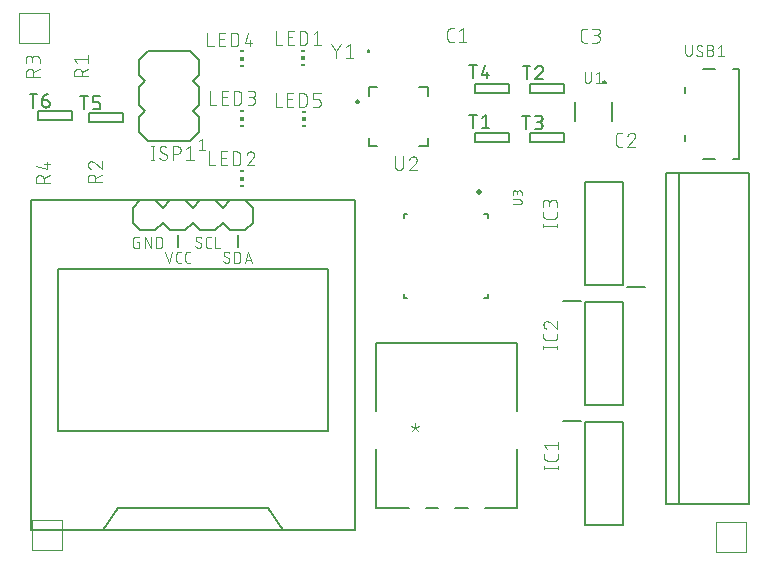
<source format=gbr>
G04 EAGLE Gerber X2 export*
%TF.Part,Single*%
%TF.FileFunction,Legend,Top,1*%
%TF.FilePolarity,Positive*%
%TF.GenerationSoftware,Autodesk,EAGLE,9.6.2*%
%TF.CreationDate,2020-11-13T17:21:46Z*%
G75*
%MOMM*%
%FSLAX34Y34*%
%LPD*%
%INSilkscreen Top*%
%AMOC8*
5,1,8,0,0,1.08239X$1,22.5*%
G01*
%ADD10C,0.101600*%
%ADD11C,0.200000*%
%ADD12C,0.127000*%
%ADD13C,0.076200*%
%ADD14R,0.300000X0.150000*%
%ADD15R,0.300000X0.300000*%
%ADD16C,0.152400*%
%ADD17C,0.508000*%
%ADD18C,0.200000*%
%ADD19C,0.050800*%


D10*
X381736Y430208D02*
X379139Y430208D01*
X379040Y430210D01*
X378940Y430216D01*
X378841Y430225D01*
X378743Y430238D01*
X378645Y430255D01*
X378547Y430276D01*
X378451Y430301D01*
X378356Y430329D01*
X378262Y430361D01*
X378169Y430396D01*
X378077Y430435D01*
X377987Y430478D01*
X377899Y430523D01*
X377812Y430573D01*
X377728Y430625D01*
X377645Y430681D01*
X377565Y430739D01*
X377487Y430801D01*
X377412Y430866D01*
X377339Y430934D01*
X377269Y431004D01*
X377201Y431077D01*
X377136Y431152D01*
X377074Y431230D01*
X377016Y431310D01*
X376960Y431393D01*
X376908Y431477D01*
X376858Y431564D01*
X376813Y431652D01*
X376770Y431742D01*
X376731Y431834D01*
X376696Y431927D01*
X376664Y432021D01*
X376636Y432116D01*
X376611Y432212D01*
X376590Y432310D01*
X376573Y432408D01*
X376560Y432506D01*
X376551Y432605D01*
X376545Y432705D01*
X376543Y432804D01*
X376543Y439296D01*
X376545Y439395D01*
X376551Y439495D01*
X376560Y439594D01*
X376573Y439692D01*
X376590Y439790D01*
X376611Y439888D01*
X376636Y439984D01*
X376664Y440079D01*
X376696Y440173D01*
X376731Y440266D01*
X376770Y440358D01*
X376813Y440448D01*
X376858Y440536D01*
X376908Y440623D01*
X376960Y440707D01*
X377016Y440790D01*
X377074Y440870D01*
X377136Y440948D01*
X377201Y441023D01*
X377269Y441096D01*
X377339Y441166D01*
X377412Y441234D01*
X377487Y441299D01*
X377565Y441361D01*
X377645Y441419D01*
X377728Y441475D01*
X377812Y441527D01*
X377899Y441577D01*
X377987Y441622D01*
X378077Y441665D01*
X378169Y441704D01*
X378261Y441739D01*
X378356Y441771D01*
X378451Y441799D01*
X378547Y441824D01*
X378645Y441845D01*
X378743Y441862D01*
X378841Y441875D01*
X378940Y441884D01*
X379040Y441890D01*
X379139Y441892D01*
X381736Y441892D01*
X386101Y439296D02*
X389346Y441892D01*
X389346Y430208D01*
X386101Y430208D02*
X392592Y430208D01*
X521904Y341708D02*
X524501Y341708D01*
X521904Y341708D02*
X521805Y341710D01*
X521705Y341716D01*
X521606Y341725D01*
X521508Y341738D01*
X521410Y341755D01*
X521312Y341776D01*
X521216Y341801D01*
X521121Y341829D01*
X521027Y341861D01*
X520934Y341896D01*
X520842Y341935D01*
X520752Y341978D01*
X520664Y342023D01*
X520577Y342073D01*
X520493Y342125D01*
X520410Y342181D01*
X520330Y342239D01*
X520252Y342301D01*
X520177Y342366D01*
X520104Y342434D01*
X520034Y342504D01*
X519966Y342577D01*
X519901Y342652D01*
X519839Y342730D01*
X519781Y342810D01*
X519725Y342893D01*
X519673Y342977D01*
X519623Y343064D01*
X519578Y343152D01*
X519535Y343242D01*
X519496Y343334D01*
X519461Y343427D01*
X519429Y343521D01*
X519401Y343616D01*
X519376Y343712D01*
X519355Y343810D01*
X519338Y343908D01*
X519325Y344006D01*
X519316Y344105D01*
X519310Y344205D01*
X519308Y344304D01*
X519308Y350796D01*
X519310Y350895D01*
X519316Y350995D01*
X519325Y351094D01*
X519338Y351192D01*
X519355Y351290D01*
X519376Y351388D01*
X519401Y351484D01*
X519429Y351579D01*
X519461Y351673D01*
X519496Y351766D01*
X519535Y351858D01*
X519578Y351948D01*
X519623Y352036D01*
X519673Y352123D01*
X519725Y352207D01*
X519781Y352290D01*
X519839Y352370D01*
X519901Y352448D01*
X519966Y352523D01*
X520034Y352596D01*
X520104Y352666D01*
X520177Y352734D01*
X520252Y352799D01*
X520330Y352861D01*
X520410Y352919D01*
X520493Y352975D01*
X520577Y353027D01*
X520664Y353077D01*
X520752Y353122D01*
X520842Y353165D01*
X520934Y353204D01*
X521026Y353239D01*
X521121Y353271D01*
X521216Y353299D01*
X521312Y353324D01*
X521410Y353345D01*
X521508Y353362D01*
X521606Y353375D01*
X521705Y353384D01*
X521805Y353390D01*
X521904Y353392D01*
X524501Y353392D01*
X532436Y353392D02*
X532543Y353390D01*
X532649Y353384D01*
X532755Y353374D01*
X532861Y353361D01*
X532967Y353343D01*
X533071Y353322D01*
X533175Y353297D01*
X533278Y353268D01*
X533379Y353236D01*
X533479Y353199D01*
X533578Y353159D01*
X533676Y353116D01*
X533772Y353069D01*
X533866Y353018D01*
X533958Y352964D01*
X534048Y352907D01*
X534136Y352847D01*
X534221Y352783D01*
X534304Y352716D01*
X534385Y352646D01*
X534463Y352574D01*
X534539Y352498D01*
X534611Y352420D01*
X534681Y352339D01*
X534748Y352256D01*
X534812Y352171D01*
X534872Y352083D01*
X534929Y351993D01*
X534983Y351901D01*
X535034Y351807D01*
X535081Y351711D01*
X535124Y351613D01*
X535164Y351514D01*
X535201Y351414D01*
X535233Y351313D01*
X535262Y351210D01*
X535287Y351106D01*
X535308Y351002D01*
X535326Y350896D01*
X535339Y350790D01*
X535349Y350684D01*
X535355Y350578D01*
X535357Y350471D01*
X532436Y353392D02*
X532315Y353390D01*
X532194Y353384D01*
X532074Y353374D01*
X531953Y353361D01*
X531834Y353343D01*
X531714Y353322D01*
X531596Y353297D01*
X531479Y353268D01*
X531362Y353235D01*
X531247Y353199D01*
X531133Y353158D01*
X531020Y353115D01*
X530908Y353067D01*
X530799Y353016D01*
X530691Y352961D01*
X530584Y352903D01*
X530480Y352842D01*
X530378Y352777D01*
X530278Y352709D01*
X530180Y352638D01*
X530084Y352564D01*
X529991Y352487D01*
X529901Y352406D01*
X529813Y352323D01*
X529728Y352237D01*
X529645Y352148D01*
X529566Y352057D01*
X529489Y351963D01*
X529416Y351867D01*
X529346Y351769D01*
X529279Y351668D01*
X529215Y351565D01*
X529155Y351460D01*
X529098Y351353D01*
X529044Y351245D01*
X528994Y351135D01*
X528948Y351023D01*
X528905Y350910D01*
X528866Y350795D01*
X534384Y348199D02*
X534463Y348276D01*
X534539Y348357D01*
X534612Y348440D01*
X534682Y348525D01*
X534749Y348613D01*
X534813Y348703D01*
X534873Y348795D01*
X534930Y348890D01*
X534984Y348986D01*
X535035Y349084D01*
X535082Y349184D01*
X535126Y349286D01*
X535166Y349389D01*
X535202Y349493D01*
X535234Y349599D01*
X535263Y349705D01*
X535288Y349813D01*
X535310Y349921D01*
X535327Y350031D01*
X535341Y350140D01*
X535350Y350250D01*
X535356Y350361D01*
X535358Y350471D01*
X534384Y348199D02*
X528866Y341708D01*
X535357Y341708D01*
X494736Y429908D02*
X492139Y429908D01*
X492040Y429910D01*
X491940Y429916D01*
X491841Y429925D01*
X491743Y429938D01*
X491645Y429955D01*
X491547Y429976D01*
X491451Y430001D01*
X491356Y430029D01*
X491262Y430061D01*
X491169Y430096D01*
X491077Y430135D01*
X490987Y430178D01*
X490899Y430223D01*
X490812Y430273D01*
X490728Y430325D01*
X490645Y430381D01*
X490565Y430439D01*
X490487Y430501D01*
X490412Y430566D01*
X490339Y430634D01*
X490269Y430704D01*
X490201Y430777D01*
X490136Y430852D01*
X490074Y430930D01*
X490016Y431010D01*
X489960Y431093D01*
X489908Y431177D01*
X489858Y431264D01*
X489813Y431352D01*
X489770Y431442D01*
X489731Y431534D01*
X489696Y431627D01*
X489664Y431721D01*
X489636Y431816D01*
X489611Y431912D01*
X489590Y432010D01*
X489573Y432108D01*
X489560Y432206D01*
X489551Y432305D01*
X489545Y432405D01*
X489543Y432504D01*
X489543Y438996D01*
X489545Y439095D01*
X489551Y439195D01*
X489560Y439294D01*
X489573Y439392D01*
X489590Y439490D01*
X489611Y439588D01*
X489636Y439684D01*
X489664Y439779D01*
X489696Y439873D01*
X489731Y439966D01*
X489770Y440058D01*
X489813Y440148D01*
X489858Y440236D01*
X489908Y440323D01*
X489960Y440407D01*
X490016Y440490D01*
X490074Y440570D01*
X490136Y440648D01*
X490201Y440723D01*
X490269Y440796D01*
X490339Y440866D01*
X490412Y440934D01*
X490487Y440999D01*
X490565Y441061D01*
X490645Y441119D01*
X490728Y441175D01*
X490812Y441227D01*
X490899Y441277D01*
X490987Y441322D01*
X491077Y441365D01*
X491169Y441404D01*
X491261Y441439D01*
X491356Y441471D01*
X491451Y441499D01*
X491547Y441524D01*
X491645Y441545D01*
X491743Y441562D01*
X491841Y441575D01*
X491940Y441584D01*
X492040Y441590D01*
X492139Y441592D01*
X494736Y441592D01*
X499101Y429908D02*
X502346Y429908D01*
X502459Y429910D01*
X502572Y429916D01*
X502685Y429926D01*
X502798Y429940D01*
X502910Y429957D01*
X503021Y429979D01*
X503131Y430004D01*
X503241Y430034D01*
X503349Y430067D01*
X503456Y430104D01*
X503562Y430144D01*
X503666Y430189D01*
X503769Y430237D01*
X503870Y430288D01*
X503969Y430343D01*
X504066Y430401D01*
X504161Y430463D01*
X504254Y430528D01*
X504344Y430596D01*
X504432Y430667D01*
X504518Y430742D01*
X504601Y430819D01*
X504681Y430899D01*
X504758Y430982D01*
X504833Y431068D01*
X504904Y431156D01*
X504972Y431246D01*
X505037Y431339D01*
X505099Y431434D01*
X505157Y431531D01*
X505212Y431630D01*
X505263Y431731D01*
X505311Y431834D01*
X505356Y431938D01*
X505396Y432044D01*
X505433Y432151D01*
X505466Y432259D01*
X505496Y432369D01*
X505521Y432479D01*
X505543Y432590D01*
X505560Y432702D01*
X505574Y432815D01*
X505584Y432928D01*
X505590Y433041D01*
X505592Y433154D01*
X505590Y433267D01*
X505584Y433380D01*
X505574Y433493D01*
X505560Y433606D01*
X505543Y433718D01*
X505521Y433829D01*
X505496Y433939D01*
X505466Y434049D01*
X505433Y434157D01*
X505396Y434264D01*
X505356Y434370D01*
X505311Y434474D01*
X505263Y434577D01*
X505212Y434678D01*
X505157Y434777D01*
X505099Y434874D01*
X505037Y434969D01*
X504972Y435062D01*
X504904Y435152D01*
X504833Y435240D01*
X504758Y435326D01*
X504681Y435409D01*
X504601Y435489D01*
X504518Y435566D01*
X504432Y435641D01*
X504344Y435712D01*
X504254Y435780D01*
X504161Y435845D01*
X504066Y435907D01*
X503969Y435965D01*
X503870Y436020D01*
X503769Y436071D01*
X503666Y436119D01*
X503562Y436164D01*
X503456Y436204D01*
X503349Y436241D01*
X503241Y436274D01*
X503131Y436304D01*
X503021Y436329D01*
X502910Y436351D01*
X502798Y436368D01*
X502685Y436382D01*
X502572Y436392D01*
X502459Y436398D01*
X502346Y436400D01*
X502996Y441592D02*
X499101Y441592D01*
X502996Y441592D02*
X503097Y441590D01*
X503197Y441584D01*
X503297Y441574D01*
X503397Y441561D01*
X503496Y441543D01*
X503595Y441522D01*
X503692Y441497D01*
X503789Y441468D01*
X503884Y441435D01*
X503978Y441399D01*
X504070Y441359D01*
X504161Y441316D01*
X504250Y441269D01*
X504337Y441219D01*
X504423Y441165D01*
X504506Y441108D01*
X504586Y441048D01*
X504665Y440985D01*
X504741Y440918D01*
X504814Y440849D01*
X504884Y440777D01*
X504952Y440703D01*
X505017Y440626D01*
X505078Y440546D01*
X505137Y440464D01*
X505192Y440380D01*
X505244Y440294D01*
X505293Y440206D01*
X505338Y440116D01*
X505380Y440024D01*
X505418Y439931D01*
X505452Y439836D01*
X505483Y439741D01*
X505510Y439644D01*
X505533Y439546D01*
X505553Y439447D01*
X505568Y439347D01*
X505580Y439247D01*
X505588Y439147D01*
X505592Y439046D01*
X505592Y438946D01*
X505588Y438845D01*
X505580Y438745D01*
X505568Y438645D01*
X505553Y438545D01*
X505533Y438446D01*
X505510Y438348D01*
X505483Y438251D01*
X505452Y438156D01*
X505418Y438061D01*
X505380Y437968D01*
X505338Y437876D01*
X505293Y437786D01*
X505244Y437698D01*
X505192Y437612D01*
X505137Y437528D01*
X505078Y437446D01*
X505017Y437366D01*
X504952Y437289D01*
X504884Y437215D01*
X504814Y437143D01*
X504741Y437074D01*
X504665Y437007D01*
X504586Y436944D01*
X504506Y436884D01*
X504423Y436827D01*
X504337Y436773D01*
X504250Y436723D01*
X504161Y436676D01*
X504070Y436633D01*
X503978Y436593D01*
X503884Y436557D01*
X503789Y436524D01*
X503692Y436495D01*
X503595Y436470D01*
X503496Y436449D01*
X503397Y436431D01*
X503297Y436418D01*
X503197Y436408D01*
X503097Y436402D01*
X502996Y436400D01*
X502996Y436399D02*
X500399Y436399D01*
D11*
X492800Y108250D02*
X524800Y108250D01*
X524800Y21750D01*
X492800Y21750D01*
X492800Y108250D01*
X489300Y109850D02*
X474050Y109850D01*
D10*
X470142Y70092D02*
X458458Y70092D01*
X470142Y68794D02*
X470142Y71390D01*
X458458Y71390D02*
X458458Y68794D01*
X470142Y78554D02*
X470142Y81150D01*
X470142Y78554D02*
X470140Y78455D01*
X470134Y78355D01*
X470125Y78256D01*
X470112Y78158D01*
X470095Y78060D01*
X470074Y77962D01*
X470049Y77866D01*
X470021Y77771D01*
X469989Y77677D01*
X469954Y77584D01*
X469915Y77492D01*
X469872Y77402D01*
X469827Y77314D01*
X469777Y77227D01*
X469725Y77143D01*
X469669Y77060D01*
X469611Y76980D01*
X469549Y76902D01*
X469484Y76827D01*
X469416Y76754D01*
X469346Y76684D01*
X469273Y76616D01*
X469198Y76551D01*
X469120Y76489D01*
X469040Y76431D01*
X468957Y76375D01*
X468873Y76323D01*
X468786Y76273D01*
X468698Y76228D01*
X468608Y76185D01*
X468516Y76146D01*
X468423Y76111D01*
X468329Y76079D01*
X468234Y76051D01*
X468138Y76026D01*
X468040Y76005D01*
X467942Y75988D01*
X467844Y75975D01*
X467745Y75966D01*
X467645Y75960D01*
X467546Y75958D01*
X467546Y75957D02*
X461054Y75957D01*
X460955Y75959D01*
X460855Y75965D01*
X460756Y75974D01*
X460658Y75987D01*
X460560Y76005D01*
X460462Y76025D01*
X460366Y76050D01*
X460270Y76078D01*
X460176Y76110D01*
X460083Y76145D01*
X459992Y76184D01*
X459902Y76227D01*
X459813Y76272D01*
X459727Y76322D01*
X459642Y76374D01*
X459560Y76430D01*
X459480Y76489D01*
X459402Y76550D01*
X459326Y76615D01*
X459253Y76683D01*
X459183Y76753D01*
X459115Y76826D01*
X459050Y76902D01*
X458989Y76980D01*
X458930Y77060D01*
X458874Y77142D01*
X458822Y77227D01*
X458773Y77313D01*
X458727Y77402D01*
X458684Y77492D01*
X458645Y77583D01*
X458610Y77676D01*
X458578Y77770D01*
X458550Y77866D01*
X458525Y77962D01*
X458505Y78060D01*
X458487Y78158D01*
X458474Y78256D01*
X458465Y78355D01*
X458459Y78454D01*
X458457Y78554D01*
X458458Y78554D02*
X458458Y81150D01*
X461054Y85515D02*
X458458Y88761D01*
X470142Y88761D01*
X470142Y92006D02*
X470142Y85515D01*
D11*
X492800Y209850D02*
X524800Y209850D01*
X524800Y123350D01*
X492800Y123350D01*
X492800Y209850D01*
X489300Y211450D02*
X474050Y211450D01*
D10*
X469442Y172092D02*
X457758Y172092D01*
X469442Y170794D02*
X469442Y173390D01*
X457758Y173390D02*
X457758Y170794D01*
X469442Y180554D02*
X469442Y183150D01*
X469442Y180554D02*
X469440Y180455D01*
X469434Y180355D01*
X469425Y180256D01*
X469412Y180158D01*
X469395Y180060D01*
X469374Y179962D01*
X469349Y179866D01*
X469321Y179771D01*
X469289Y179677D01*
X469254Y179584D01*
X469215Y179492D01*
X469172Y179402D01*
X469127Y179314D01*
X469077Y179227D01*
X469025Y179143D01*
X468969Y179060D01*
X468911Y178980D01*
X468849Y178902D01*
X468784Y178827D01*
X468716Y178754D01*
X468646Y178684D01*
X468573Y178616D01*
X468498Y178551D01*
X468420Y178489D01*
X468340Y178431D01*
X468257Y178375D01*
X468173Y178323D01*
X468086Y178273D01*
X467998Y178228D01*
X467908Y178185D01*
X467816Y178146D01*
X467723Y178111D01*
X467629Y178079D01*
X467534Y178051D01*
X467438Y178026D01*
X467340Y178005D01*
X467242Y177988D01*
X467144Y177975D01*
X467045Y177966D01*
X466945Y177960D01*
X466846Y177958D01*
X466846Y177957D02*
X460354Y177957D01*
X460255Y177959D01*
X460155Y177965D01*
X460056Y177974D01*
X459958Y177987D01*
X459860Y178005D01*
X459762Y178025D01*
X459666Y178050D01*
X459570Y178078D01*
X459476Y178110D01*
X459383Y178145D01*
X459292Y178184D01*
X459202Y178227D01*
X459113Y178272D01*
X459027Y178322D01*
X458942Y178374D01*
X458860Y178430D01*
X458780Y178489D01*
X458702Y178550D01*
X458626Y178615D01*
X458553Y178683D01*
X458483Y178753D01*
X458415Y178826D01*
X458350Y178902D01*
X458289Y178980D01*
X458230Y179060D01*
X458174Y179142D01*
X458122Y179227D01*
X458073Y179313D01*
X458027Y179402D01*
X457984Y179492D01*
X457945Y179583D01*
X457910Y179676D01*
X457878Y179770D01*
X457850Y179866D01*
X457825Y179962D01*
X457805Y180060D01*
X457787Y180158D01*
X457774Y180256D01*
X457765Y180355D01*
X457759Y180454D01*
X457757Y180554D01*
X457758Y180554D02*
X457758Y183150D01*
X457758Y191085D02*
X457760Y191192D01*
X457766Y191298D01*
X457776Y191404D01*
X457789Y191510D01*
X457807Y191616D01*
X457828Y191720D01*
X457853Y191824D01*
X457882Y191927D01*
X457914Y192028D01*
X457951Y192128D01*
X457991Y192227D01*
X458034Y192325D01*
X458081Y192421D01*
X458132Y192515D01*
X458186Y192607D01*
X458243Y192697D01*
X458303Y192785D01*
X458367Y192870D01*
X458434Y192953D01*
X458504Y193034D01*
X458576Y193112D01*
X458652Y193188D01*
X458730Y193260D01*
X458811Y193330D01*
X458894Y193397D01*
X458979Y193461D01*
X459067Y193521D01*
X459157Y193578D01*
X459249Y193632D01*
X459343Y193683D01*
X459439Y193730D01*
X459537Y193773D01*
X459636Y193813D01*
X459736Y193850D01*
X459837Y193882D01*
X459940Y193911D01*
X460044Y193936D01*
X460148Y193957D01*
X460254Y193975D01*
X460360Y193988D01*
X460466Y193998D01*
X460572Y194004D01*
X460679Y194006D01*
X457758Y191085D02*
X457760Y190964D01*
X457766Y190843D01*
X457776Y190723D01*
X457789Y190602D01*
X457807Y190483D01*
X457828Y190363D01*
X457853Y190245D01*
X457882Y190128D01*
X457915Y190011D01*
X457951Y189896D01*
X457992Y189782D01*
X458035Y189669D01*
X458083Y189557D01*
X458134Y189448D01*
X458189Y189340D01*
X458247Y189233D01*
X458308Y189129D01*
X458373Y189027D01*
X458441Y188927D01*
X458512Y188829D01*
X458586Y188733D01*
X458663Y188640D01*
X458744Y188550D01*
X458827Y188462D01*
X458913Y188377D01*
X459002Y188294D01*
X459093Y188215D01*
X459187Y188138D01*
X459283Y188065D01*
X459381Y187995D01*
X459482Y187928D01*
X459585Y187864D01*
X459690Y187804D01*
X459797Y187746D01*
X459905Y187693D01*
X460015Y187643D01*
X460127Y187597D01*
X460240Y187554D01*
X460355Y187515D01*
X462951Y193032D02*
X462873Y193111D01*
X462793Y193187D01*
X462710Y193260D01*
X462624Y193330D01*
X462537Y193397D01*
X462446Y193461D01*
X462354Y193521D01*
X462260Y193579D01*
X462163Y193633D01*
X462065Y193683D01*
X461965Y193730D01*
X461864Y193774D01*
X461761Y193814D01*
X461656Y193850D01*
X461551Y193882D01*
X461444Y193911D01*
X461337Y193936D01*
X461228Y193958D01*
X461119Y193975D01*
X461010Y193989D01*
X460900Y193998D01*
X460789Y194004D01*
X460679Y194006D01*
X462951Y193033D02*
X469442Y187515D01*
X469442Y194006D01*
D11*
X492800Y224950D02*
X524800Y224950D01*
X492800Y224950D02*
X492800Y311450D01*
X524800Y311450D01*
X524800Y224950D01*
X528300Y223350D02*
X543550Y223350D01*
D10*
X469242Y274992D02*
X457558Y274992D01*
X469242Y273694D02*
X469242Y276290D01*
X457558Y276290D02*
X457558Y273694D01*
X469242Y283454D02*
X469242Y286050D01*
X469242Y283454D02*
X469240Y283355D01*
X469234Y283255D01*
X469225Y283156D01*
X469212Y283058D01*
X469195Y282960D01*
X469174Y282862D01*
X469149Y282766D01*
X469121Y282671D01*
X469089Y282577D01*
X469054Y282484D01*
X469015Y282392D01*
X468972Y282302D01*
X468927Y282214D01*
X468877Y282127D01*
X468825Y282043D01*
X468769Y281960D01*
X468711Y281880D01*
X468649Y281802D01*
X468584Y281727D01*
X468516Y281654D01*
X468446Y281584D01*
X468373Y281516D01*
X468298Y281451D01*
X468220Y281389D01*
X468140Y281331D01*
X468057Y281275D01*
X467973Y281223D01*
X467886Y281173D01*
X467798Y281128D01*
X467708Y281085D01*
X467616Y281046D01*
X467523Y281011D01*
X467429Y280979D01*
X467334Y280951D01*
X467238Y280926D01*
X467140Y280905D01*
X467042Y280888D01*
X466944Y280875D01*
X466845Y280866D01*
X466745Y280860D01*
X466646Y280858D01*
X466646Y280857D02*
X460154Y280857D01*
X460055Y280859D01*
X459955Y280865D01*
X459856Y280874D01*
X459758Y280887D01*
X459660Y280905D01*
X459562Y280925D01*
X459466Y280950D01*
X459370Y280978D01*
X459276Y281010D01*
X459183Y281045D01*
X459092Y281084D01*
X459002Y281127D01*
X458913Y281172D01*
X458827Y281222D01*
X458742Y281274D01*
X458660Y281330D01*
X458580Y281389D01*
X458502Y281450D01*
X458426Y281515D01*
X458353Y281583D01*
X458283Y281653D01*
X458215Y281726D01*
X458150Y281802D01*
X458089Y281880D01*
X458030Y281960D01*
X457974Y282042D01*
X457922Y282127D01*
X457873Y282213D01*
X457827Y282302D01*
X457784Y282392D01*
X457745Y282483D01*
X457710Y282576D01*
X457678Y282670D01*
X457650Y282766D01*
X457625Y282862D01*
X457605Y282960D01*
X457587Y283058D01*
X457574Y283156D01*
X457565Y283255D01*
X457559Y283354D01*
X457557Y283454D01*
X457558Y283454D02*
X457558Y286050D01*
X469242Y290415D02*
X469242Y293661D01*
X469240Y293774D01*
X469234Y293887D01*
X469224Y294000D01*
X469210Y294113D01*
X469193Y294225D01*
X469171Y294336D01*
X469146Y294446D01*
X469116Y294556D01*
X469083Y294664D01*
X469046Y294771D01*
X469006Y294877D01*
X468961Y294981D01*
X468913Y295084D01*
X468862Y295185D01*
X468807Y295284D01*
X468749Y295381D01*
X468687Y295476D01*
X468622Y295569D01*
X468554Y295659D01*
X468483Y295747D01*
X468408Y295833D01*
X468331Y295916D01*
X468251Y295996D01*
X468168Y296073D01*
X468082Y296148D01*
X467994Y296219D01*
X467904Y296287D01*
X467811Y296352D01*
X467716Y296414D01*
X467619Y296472D01*
X467520Y296527D01*
X467419Y296578D01*
X467316Y296626D01*
X467212Y296671D01*
X467106Y296711D01*
X466999Y296748D01*
X466891Y296781D01*
X466781Y296811D01*
X466671Y296836D01*
X466560Y296858D01*
X466448Y296875D01*
X466335Y296889D01*
X466222Y296899D01*
X466109Y296905D01*
X465996Y296907D01*
X465883Y296905D01*
X465770Y296899D01*
X465657Y296889D01*
X465544Y296875D01*
X465432Y296858D01*
X465321Y296836D01*
X465211Y296811D01*
X465101Y296781D01*
X464993Y296748D01*
X464886Y296711D01*
X464780Y296671D01*
X464676Y296626D01*
X464573Y296578D01*
X464472Y296527D01*
X464373Y296472D01*
X464276Y296414D01*
X464181Y296352D01*
X464088Y296287D01*
X463998Y296219D01*
X463910Y296148D01*
X463824Y296073D01*
X463741Y295996D01*
X463661Y295916D01*
X463584Y295833D01*
X463509Y295747D01*
X463438Y295659D01*
X463370Y295569D01*
X463305Y295476D01*
X463243Y295381D01*
X463185Y295284D01*
X463130Y295185D01*
X463079Y295084D01*
X463031Y294981D01*
X462986Y294877D01*
X462946Y294771D01*
X462909Y294664D01*
X462876Y294556D01*
X462846Y294446D01*
X462821Y294336D01*
X462799Y294225D01*
X462782Y294113D01*
X462768Y294000D01*
X462758Y293887D01*
X462752Y293774D01*
X462750Y293661D01*
X457558Y294310D02*
X457558Y290415D01*
X457558Y294310D02*
X457560Y294411D01*
X457566Y294511D01*
X457576Y294611D01*
X457589Y294711D01*
X457607Y294810D01*
X457628Y294909D01*
X457653Y295006D01*
X457682Y295103D01*
X457715Y295198D01*
X457751Y295292D01*
X457791Y295384D01*
X457834Y295475D01*
X457881Y295564D01*
X457931Y295651D01*
X457985Y295737D01*
X458042Y295820D01*
X458102Y295900D01*
X458165Y295979D01*
X458232Y296055D01*
X458301Y296128D01*
X458373Y296198D01*
X458447Y296266D01*
X458524Y296331D01*
X458604Y296392D01*
X458686Y296451D01*
X458770Y296506D01*
X458856Y296558D01*
X458944Y296607D01*
X459034Y296652D01*
X459126Y296694D01*
X459219Y296732D01*
X459314Y296766D01*
X459409Y296797D01*
X459506Y296824D01*
X459604Y296847D01*
X459703Y296867D01*
X459803Y296882D01*
X459903Y296894D01*
X460003Y296902D01*
X460104Y296906D01*
X460204Y296906D01*
X460305Y296902D01*
X460405Y296894D01*
X460505Y296882D01*
X460605Y296867D01*
X460704Y296847D01*
X460802Y296824D01*
X460899Y296797D01*
X460994Y296766D01*
X461089Y296732D01*
X461182Y296694D01*
X461274Y296652D01*
X461364Y296607D01*
X461452Y296558D01*
X461538Y296506D01*
X461622Y296451D01*
X461704Y296392D01*
X461784Y296331D01*
X461861Y296266D01*
X461935Y296198D01*
X462007Y296128D01*
X462076Y296055D01*
X462143Y295979D01*
X462206Y295900D01*
X462266Y295820D01*
X462323Y295737D01*
X462377Y295651D01*
X462427Y295564D01*
X462474Y295475D01*
X462517Y295384D01*
X462557Y295292D01*
X462593Y295198D01*
X462626Y295103D01*
X462655Y295006D01*
X462680Y294909D01*
X462701Y294810D01*
X462719Y294711D01*
X462732Y294611D01*
X462742Y294511D01*
X462748Y294411D01*
X462750Y294310D01*
X462751Y294310D02*
X462751Y291714D01*
D12*
X166500Y354120D02*
X158880Y346500D01*
X123320Y346500D01*
X115700Y354120D01*
X115700Y366820D01*
X120780Y371900D01*
X115700Y376980D01*
X115700Y392220D01*
X120780Y397300D01*
X115700Y402380D01*
X115700Y415080D01*
X123320Y422700D01*
X158880Y422700D01*
X166500Y415080D01*
X166500Y402380D01*
X161420Y397300D01*
X166500Y392220D01*
X166500Y376980D01*
X161420Y371900D01*
X166500Y366820D01*
X166500Y354120D01*
D13*
X168588Y348659D02*
X165978Y346571D01*
X168588Y348659D02*
X168588Y339261D01*
X165978Y339261D02*
X171199Y339261D01*
D10*
X127026Y342172D02*
X127026Y330488D01*
X125728Y330488D02*
X128324Y330488D01*
X128324Y342172D02*
X125728Y342172D01*
X136438Y330488D02*
X136537Y330490D01*
X136637Y330496D01*
X136736Y330505D01*
X136834Y330518D01*
X136932Y330535D01*
X137030Y330556D01*
X137126Y330581D01*
X137221Y330609D01*
X137315Y330641D01*
X137408Y330676D01*
X137500Y330715D01*
X137590Y330758D01*
X137678Y330803D01*
X137765Y330853D01*
X137849Y330905D01*
X137932Y330961D01*
X138012Y331019D01*
X138090Y331081D01*
X138165Y331146D01*
X138238Y331214D01*
X138308Y331284D01*
X138376Y331357D01*
X138441Y331432D01*
X138503Y331510D01*
X138561Y331590D01*
X138617Y331673D01*
X138669Y331757D01*
X138719Y331844D01*
X138764Y331932D01*
X138807Y332022D01*
X138846Y332114D01*
X138881Y332207D01*
X138913Y332301D01*
X138941Y332396D01*
X138966Y332492D01*
X138987Y332590D01*
X139004Y332688D01*
X139017Y332786D01*
X139026Y332885D01*
X139032Y332985D01*
X139034Y333084D01*
X136438Y330488D02*
X136294Y330490D01*
X136149Y330496D01*
X136005Y330505D01*
X135862Y330518D01*
X135718Y330535D01*
X135575Y330556D01*
X135433Y330581D01*
X135292Y330609D01*
X135151Y330641D01*
X135011Y330677D01*
X134872Y330716D01*
X134734Y330759D01*
X134598Y330806D01*
X134462Y330856D01*
X134328Y330910D01*
X134196Y330967D01*
X134065Y331028D01*
X133936Y331092D01*
X133808Y331160D01*
X133682Y331230D01*
X133558Y331305D01*
X133437Y331382D01*
X133317Y331463D01*
X133199Y331546D01*
X133084Y331633D01*
X132971Y331723D01*
X132860Y331816D01*
X132752Y331911D01*
X132646Y332010D01*
X132543Y332111D01*
X132869Y339576D02*
X132871Y339675D01*
X132877Y339775D01*
X132886Y339874D01*
X132899Y339972D01*
X132916Y340070D01*
X132937Y340168D01*
X132962Y340264D01*
X132990Y340359D01*
X133022Y340453D01*
X133057Y340546D01*
X133096Y340638D01*
X133139Y340728D01*
X133184Y340816D01*
X133234Y340903D01*
X133286Y340987D01*
X133342Y341070D01*
X133400Y341150D01*
X133462Y341228D01*
X133527Y341303D01*
X133595Y341376D01*
X133665Y341446D01*
X133738Y341514D01*
X133813Y341579D01*
X133891Y341641D01*
X133971Y341699D01*
X134054Y341755D01*
X134138Y341807D01*
X134225Y341857D01*
X134313Y341902D01*
X134403Y341945D01*
X134495Y341984D01*
X134588Y342019D01*
X134682Y342051D01*
X134777Y342079D01*
X134874Y342104D01*
X134971Y342125D01*
X135069Y342142D01*
X135167Y342155D01*
X135266Y342164D01*
X135366Y342170D01*
X135465Y342172D01*
X135601Y342170D01*
X135737Y342164D01*
X135873Y342155D01*
X136009Y342142D01*
X136144Y342124D01*
X136278Y342104D01*
X136412Y342079D01*
X136546Y342051D01*
X136678Y342018D01*
X136809Y341983D01*
X136940Y341943D01*
X137069Y341900D01*
X137197Y341854D01*
X137323Y341803D01*
X137449Y341750D01*
X137572Y341692D01*
X137694Y341632D01*
X137814Y341568D01*
X137933Y341500D01*
X138049Y341430D01*
X138163Y341356D01*
X138276Y341279D01*
X138386Y341198D01*
X134166Y337304D02*
X134080Y337357D01*
X133996Y337414D01*
X133914Y337473D01*
X133834Y337536D01*
X133757Y337602D01*
X133682Y337670D01*
X133610Y337742D01*
X133541Y337816D01*
X133475Y337893D01*
X133412Y337972D01*
X133352Y338054D01*
X133295Y338138D01*
X133241Y338224D01*
X133191Y338312D01*
X133144Y338402D01*
X133100Y338493D01*
X133061Y338587D01*
X133024Y338681D01*
X132992Y338777D01*
X132963Y338875D01*
X132938Y338973D01*
X132917Y339072D01*
X132899Y339172D01*
X132886Y339272D01*
X132876Y339373D01*
X132870Y339475D01*
X132868Y339576D01*
X137737Y335356D02*
X137823Y335303D01*
X137907Y335246D01*
X137989Y335187D01*
X138069Y335124D01*
X138146Y335058D01*
X138221Y334990D01*
X138293Y334918D01*
X138362Y334844D01*
X138428Y334767D01*
X138491Y334688D01*
X138551Y334606D01*
X138608Y334522D01*
X138662Y334436D01*
X138712Y334348D01*
X138759Y334258D01*
X138803Y334167D01*
X138842Y334073D01*
X138879Y333979D01*
X138911Y333883D01*
X138940Y333785D01*
X138965Y333687D01*
X138986Y333588D01*
X139004Y333488D01*
X139017Y333388D01*
X139027Y333287D01*
X139033Y333185D01*
X139035Y333084D01*
X137737Y335356D02*
X134166Y337304D01*
X144143Y342172D02*
X144143Y330488D01*
X144143Y342172D02*
X147389Y342172D01*
X147502Y342170D01*
X147615Y342164D01*
X147728Y342154D01*
X147841Y342140D01*
X147953Y342123D01*
X148064Y342101D01*
X148174Y342076D01*
X148284Y342046D01*
X148392Y342013D01*
X148499Y341976D01*
X148605Y341936D01*
X148709Y341891D01*
X148812Y341843D01*
X148913Y341792D01*
X149012Y341737D01*
X149109Y341679D01*
X149204Y341617D01*
X149297Y341552D01*
X149387Y341484D01*
X149475Y341413D01*
X149561Y341338D01*
X149644Y341261D01*
X149724Y341181D01*
X149801Y341098D01*
X149876Y341012D01*
X149947Y340924D01*
X150015Y340834D01*
X150080Y340741D01*
X150142Y340646D01*
X150200Y340549D01*
X150255Y340450D01*
X150306Y340349D01*
X150354Y340246D01*
X150399Y340142D01*
X150439Y340036D01*
X150476Y339929D01*
X150509Y339821D01*
X150539Y339711D01*
X150564Y339601D01*
X150586Y339490D01*
X150603Y339378D01*
X150617Y339265D01*
X150627Y339152D01*
X150633Y339039D01*
X150635Y338926D01*
X150633Y338813D01*
X150627Y338700D01*
X150617Y338587D01*
X150603Y338474D01*
X150586Y338362D01*
X150564Y338251D01*
X150539Y338141D01*
X150509Y338031D01*
X150476Y337923D01*
X150439Y337816D01*
X150399Y337710D01*
X150354Y337606D01*
X150306Y337503D01*
X150255Y337402D01*
X150200Y337303D01*
X150142Y337206D01*
X150080Y337111D01*
X150015Y337018D01*
X149947Y336928D01*
X149876Y336840D01*
X149801Y336754D01*
X149724Y336671D01*
X149644Y336591D01*
X149561Y336514D01*
X149475Y336439D01*
X149387Y336368D01*
X149297Y336300D01*
X149204Y336235D01*
X149109Y336173D01*
X149012Y336115D01*
X148913Y336060D01*
X148812Y336009D01*
X148709Y335961D01*
X148605Y335916D01*
X148499Y335876D01*
X148392Y335839D01*
X148284Y335806D01*
X148174Y335776D01*
X148064Y335751D01*
X147953Y335729D01*
X147841Y335712D01*
X147728Y335698D01*
X147615Y335688D01*
X147502Y335682D01*
X147389Y335680D01*
X147389Y335681D02*
X144143Y335681D01*
X155023Y339576D02*
X158268Y342172D01*
X158268Y330488D01*
X155023Y330488D02*
X161514Y330488D01*
D12*
X572700Y319300D02*
X631700Y319300D01*
X572700Y319300D02*
X561700Y319300D01*
X561700Y39300D01*
X572700Y39300D01*
X631700Y39300D01*
X631700Y319300D01*
X572700Y319300D02*
X572700Y39300D01*
D14*
X254400Y411000D03*
X254400Y423000D03*
D15*
X254400Y417000D03*
D10*
X231501Y427808D02*
X231501Y439492D01*
X231501Y427808D02*
X236693Y427808D01*
X241407Y427808D02*
X246599Y427808D01*
X241407Y427808D02*
X241407Y439492D01*
X246599Y439492D01*
X245301Y434299D02*
X241407Y434299D01*
X251290Y439492D02*
X251290Y427808D01*
X251290Y439492D02*
X254535Y439492D01*
X254648Y439490D01*
X254761Y439484D01*
X254874Y439474D01*
X254987Y439460D01*
X255099Y439443D01*
X255210Y439421D01*
X255320Y439396D01*
X255430Y439366D01*
X255538Y439333D01*
X255645Y439296D01*
X255751Y439256D01*
X255855Y439211D01*
X255958Y439163D01*
X256059Y439112D01*
X256158Y439057D01*
X256255Y438999D01*
X256350Y438937D01*
X256443Y438872D01*
X256533Y438804D01*
X256621Y438733D01*
X256707Y438658D01*
X256790Y438581D01*
X256870Y438501D01*
X256947Y438418D01*
X257022Y438332D01*
X257093Y438244D01*
X257161Y438154D01*
X257226Y438061D01*
X257288Y437966D01*
X257346Y437869D01*
X257401Y437770D01*
X257452Y437669D01*
X257500Y437566D01*
X257545Y437462D01*
X257585Y437356D01*
X257622Y437249D01*
X257655Y437141D01*
X257685Y437031D01*
X257710Y436921D01*
X257732Y436810D01*
X257749Y436698D01*
X257763Y436585D01*
X257773Y436472D01*
X257779Y436359D01*
X257781Y436246D01*
X257781Y431054D01*
X257782Y431054D02*
X257780Y430941D01*
X257774Y430828D01*
X257764Y430715D01*
X257750Y430602D01*
X257733Y430490D01*
X257711Y430379D01*
X257686Y430269D01*
X257656Y430159D01*
X257623Y430051D01*
X257586Y429944D01*
X257546Y429838D01*
X257501Y429734D01*
X257453Y429631D01*
X257402Y429530D01*
X257347Y429431D01*
X257289Y429334D01*
X257227Y429239D01*
X257162Y429146D01*
X257094Y429056D01*
X257023Y428968D01*
X256948Y428882D01*
X256871Y428799D01*
X256791Y428719D01*
X256708Y428642D01*
X256622Y428567D01*
X256534Y428496D01*
X256444Y428428D01*
X256351Y428363D01*
X256256Y428301D01*
X256159Y428243D01*
X256060Y428188D01*
X255959Y428137D01*
X255856Y428089D01*
X255752Y428044D01*
X255646Y428004D01*
X255539Y427967D01*
X255431Y427934D01*
X255321Y427904D01*
X255211Y427879D01*
X255100Y427857D01*
X254988Y427840D01*
X254875Y427826D01*
X254762Y427816D01*
X254649Y427810D01*
X254536Y427808D01*
X254535Y427808D02*
X251290Y427808D01*
X263101Y436896D02*
X266346Y439492D01*
X266346Y427808D01*
X263101Y427808D02*
X269592Y427808D01*
D14*
X202200Y320800D03*
X202200Y308800D03*
D15*
X202200Y314800D03*
D10*
X174801Y326008D02*
X174801Y337692D01*
X174801Y326008D02*
X179993Y326008D01*
X184707Y326008D02*
X189899Y326008D01*
X184707Y326008D02*
X184707Y337692D01*
X189899Y337692D01*
X188601Y332499D02*
X184707Y332499D01*
X194590Y337692D02*
X194590Y326008D01*
X194590Y337692D02*
X197835Y337692D01*
X197948Y337690D01*
X198061Y337684D01*
X198174Y337674D01*
X198287Y337660D01*
X198399Y337643D01*
X198510Y337621D01*
X198620Y337596D01*
X198730Y337566D01*
X198838Y337533D01*
X198945Y337496D01*
X199051Y337456D01*
X199155Y337411D01*
X199258Y337363D01*
X199359Y337312D01*
X199458Y337257D01*
X199555Y337199D01*
X199650Y337137D01*
X199743Y337072D01*
X199833Y337004D01*
X199921Y336933D01*
X200007Y336858D01*
X200090Y336781D01*
X200170Y336701D01*
X200247Y336618D01*
X200322Y336532D01*
X200393Y336444D01*
X200461Y336354D01*
X200526Y336261D01*
X200588Y336166D01*
X200646Y336069D01*
X200701Y335970D01*
X200752Y335869D01*
X200800Y335766D01*
X200845Y335662D01*
X200885Y335556D01*
X200922Y335449D01*
X200955Y335341D01*
X200985Y335231D01*
X201010Y335121D01*
X201032Y335010D01*
X201049Y334898D01*
X201063Y334785D01*
X201073Y334672D01*
X201079Y334559D01*
X201081Y334446D01*
X201081Y329254D01*
X201082Y329254D02*
X201080Y329141D01*
X201074Y329028D01*
X201064Y328915D01*
X201050Y328802D01*
X201033Y328690D01*
X201011Y328579D01*
X200986Y328469D01*
X200956Y328359D01*
X200923Y328251D01*
X200886Y328144D01*
X200846Y328038D01*
X200801Y327934D01*
X200753Y327831D01*
X200702Y327730D01*
X200647Y327631D01*
X200589Y327534D01*
X200527Y327439D01*
X200462Y327346D01*
X200394Y327256D01*
X200323Y327168D01*
X200248Y327082D01*
X200171Y326999D01*
X200091Y326919D01*
X200008Y326842D01*
X199922Y326767D01*
X199834Y326696D01*
X199744Y326628D01*
X199651Y326563D01*
X199556Y326501D01*
X199459Y326443D01*
X199360Y326388D01*
X199259Y326337D01*
X199156Y326289D01*
X199052Y326244D01*
X198946Y326204D01*
X198839Y326167D01*
X198731Y326134D01*
X198621Y326104D01*
X198511Y326079D01*
X198400Y326057D01*
X198288Y326040D01*
X198175Y326026D01*
X198062Y326016D01*
X197949Y326010D01*
X197836Y326008D01*
X197835Y326008D02*
X194590Y326008D01*
X209971Y337692D02*
X210078Y337690D01*
X210184Y337684D01*
X210290Y337674D01*
X210396Y337661D01*
X210502Y337643D01*
X210606Y337622D01*
X210710Y337597D01*
X210813Y337568D01*
X210914Y337536D01*
X211014Y337499D01*
X211113Y337459D01*
X211211Y337416D01*
X211307Y337369D01*
X211401Y337318D01*
X211493Y337264D01*
X211583Y337207D01*
X211671Y337147D01*
X211756Y337083D01*
X211839Y337016D01*
X211920Y336946D01*
X211998Y336874D01*
X212074Y336798D01*
X212146Y336720D01*
X212216Y336639D01*
X212283Y336556D01*
X212347Y336471D01*
X212407Y336383D01*
X212464Y336293D01*
X212518Y336201D01*
X212569Y336107D01*
X212616Y336011D01*
X212659Y335913D01*
X212699Y335814D01*
X212736Y335714D01*
X212768Y335613D01*
X212797Y335510D01*
X212822Y335406D01*
X212843Y335302D01*
X212861Y335196D01*
X212874Y335090D01*
X212884Y334984D01*
X212890Y334878D01*
X212892Y334771D01*
X209971Y337692D02*
X209850Y337690D01*
X209729Y337684D01*
X209609Y337674D01*
X209488Y337661D01*
X209369Y337643D01*
X209249Y337622D01*
X209131Y337597D01*
X209014Y337568D01*
X208897Y337535D01*
X208782Y337499D01*
X208668Y337458D01*
X208555Y337415D01*
X208443Y337367D01*
X208334Y337316D01*
X208226Y337261D01*
X208119Y337203D01*
X208015Y337142D01*
X207913Y337077D01*
X207813Y337009D01*
X207715Y336938D01*
X207619Y336864D01*
X207526Y336787D01*
X207436Y336706D01*
X207348Y336623D01*
X207263Y336537D01*
X207180Y336448D01*
X207101Y336357D01*
X207024Y336263D01*
X206951Y336167D01*
X206881Y336069D01*
X206814Y335968D01*
X206750Y335865D01*
X206690Y335760D01*
X206633Y335653D01*
X206579Y335545D01*
X206529Y335435D01*
X206483Y335323D01*
X206440Y335210D01*
X206401Y335095D01*
X211919Y332499D02*
X211998Y332576D01*
X212074Y332657D01*
X212147Y332740D01*
X212217Y332825D01*
X212284Y332913D01*
X212348Y333003D01*
X212408Y333095D01*
X212465Y333190D01*
X212519Y333286D01*
X212570Y333384D01*
X212617Y333484D01*
X212661Y333586D01*
X212701Y333689D01*
X212737Y333793D01*
X212769Y333899D01*
X212798Y334005D01*
X212823Y334113D01*
X212845Y334221D01*
X212862Y334331D01*
X212876Y334440D01*
X212885Y334550D01*
X212891Y334661D01*
X212893Y334771D01*
X211918Y332499D02*
X206401Y326008D01*
X212892Y326008D01*
D14*
X202200Y371600D03*
X202200Y359600D03*
D15*
X202200Y365600D03*
D10*
X175701Y377208D02*
X175701Y388892D01*
X175701Y377208D02*
X180893Y377208D01*
X185607Y377208D02*
X190799Y377208D01*
X185607Y377208D02*
X185607Y388892D01*
X190799Y388892D01*
X189501Y383699D02*
X185607Y383699D01*
X195490Y388892D02*
X195490Y377208D01*
X195490Y388892D02*
X198735Y388892D01*
X198848Y388890D01*
X198961Y388884D01*
X199074Y388874D01*
X199187Y388860D01*
X199299Y388843D01*
X199410Y388821D01*
X199520Y388796D01*
X199630Y388766D01*
X199738Y388733D01*
X199845Y388696D01*
X199951Y388656D01*
X200055Y388611D01*
X200158Y388563D01*
X200259Y388512D01*
X200358Y388457D01*
X200455Y388399D01*
X200550Y388337D01*
X200643Y388272D01*
X200733Y388204D01*
X200821Y388133D01*
X200907Y388058D01*
X200990Y387981D01*
X201070Y387901D01*
X201147Y387818D01*
X201222Y387732D01*
X201293Y387644D01*
X201361Y387554D01*
X201426Y387461D01*
X201488Y387366D01*
X201546Y387269D01*
X201601Y387170D01*
X201652Y387069D01*
X201700Y386966D01*
X201745Y386862D01*
X201785Y386756D01*
X201822Y386649D01*
X201855Y386541D01*
X201885Y386431D01*
X201910Y386321D01*
X201932Y386210D01*
X201949Y386098D01*
X201963Y385985D01*
X201973Y385872D01*
X201979Y385759D01*
X201981Y385646D01*
X201981Y380454D01*
X201982Y380454D02*
X201980Y380341D01*
X201974Y380228D01*
X201964Y380115D01*
X201950Y380002D01*
X201933Y379890D01*
X201911Y379779D01*
X201886Y379669D01*
X201856Y379559D01*
X201823Y379451D01*
X201786Y379344D01*
X201746Y379238D01*
X201701Y379134D01*
X201653Y379031D01*
X201602Y378930D01*
X201547Y378831D01*
X201489Y378734D01*
X201427Y378639D01*
X201362Y378546D01*
X201294Y378456D01*
X201223Y378368D01*
X201148Y378282D01*
X201071Y378199D01*
X200991Y378119D01*
X200908Y378042D01*
X200822Y377967D01*
X200734Y377896D01*
X200644Y377828D01*
X200551Y377763D01*
X200456Y377701D01*
X200359Y377643D01*
X200260Y377588D01*
X200159Y377537D01*
X200056Y377489D01*
X199952Y377444D01*
X199846Y377404D01*
X199739Y377367D01*
X199631Y377334D01*
X199521Y377304D01*
X199411Y377279D01*
X199300Y377257D01*
X199188Y377240D01*
X199075Y377226D01*
X198962Y377216D01*
X198849Y377210D01*
X198736Y377208D01*
X198735Y377208D02*
X195490Y377208D01*
X207301Y377208D02*
X210546Y377208D01*
X210659Y377210D01*
X210772Y377216D01*
X210885Y377226D01*
X210998Y377240D01*
X211110Y377257D01*
X211221Y377279D01*
X211331Y377304D01*
X211441Y377334D01*
X211549Y377367D01*
X211656Y377404D01*
X211762Y377444D01*
X211866Y377489D01*
X211969Y377537D01*
X212070Y377588D01*
X212169Y377643D01*
X212266Y377701D01*
X212361Y377763D01*
X212454Y377828D01*
X212544Y377896D01*
X212632Y377967D01*
X212718Y378042D01*
X212801Y378119D01*
X212881Y378199D01*
X212958Y378282D01*
X213033Y378368D01*
X213104Y378456D01*
X213172Y378546D01*
X213237Y378639D01*
X213299Y378734D01*
X213357Y378831D01*
X213412Y378930D01*
X213463Y379031D01*
X213511Y379134D01*
X213556Y379238D01*
X213596Y379344D01*
X213633Y379451D01*
X213666Y379559D01*
X213696Y379669D01*
X213721Y379779D01*
X213743Y379890D01*
X213760Y380002D01*
X213774Y380115D01*
X213784Y380228D01*
X213790Y380341D01*
X213792Y380454D01*
X213790Y380567D01*
X213784Y380680D01*
X213774Y380793D01*
X213760Y380906D01*
X213743Y381018D01*
X213721Y381129D01*
X213696Y381239D01*
X213666Y381349D01*
X213633Y381457D01*
X213596Y381564D01*
X213556Y381670D01*
X213511Y381774D01*
X213463Y381877D01*
X213412Y381978D01*
X213357Y382077D01*
X213299Y382174D01*
X213237Y382269D01*
X213172Y382362D01*
X213104Y382452D01*
X213033Y382540D01*
X212958Y382626D01*
X212881Y382709D01*
X212801Y382789D01*
X212718Y382866D01*
X212632Y382941D01*
X212544Y383012D01*
X212454Y383080D01*
X212361Y383145D01*
X212266Y383207D01*
X212169Y383265D01*
X212070Y383320D01*
X211969Y383371D01*
X211866Y383419D01*
X211762Y383464D01*
X211656Y383504D01*
X211549Y383541D01*
X211441Y383574D01*
X211331Y383604D01*
X211221Y383629D01*
X211110Y383651D01*
X210998Y383668D01*
X210885Y383682D01*
X210772Y383692D01*
X210659Y383698D01*
X210546Y383700D01*
X211196Y388892D02*
X207301Y388892D01*
X211196Y388892D02*
X211297Y388890D01*
X211397Y388884D01*
X211497Y388874D01*
X211597Y388861D01*
X211696Y388843D01*
X211795Y388822D01*
X211892Y388797D01*
X211989Y388768D01*
X212084Y388735D01*
X212178Y388699D01*
X212270Y388659D01*
X212361Y388616D01*
X212450Y388569D01*
X212537Y388519D01*
X212623Y388465D01*
X212706Y388408D01*
X212786Y388348D01*
X212865Y388285D01*
X212941Y388218D01*
X213014Y388149D01*
X213084Y388077D01*
X213152Y388003D01*
X213217Y387926D01*
X213278Y387846D01*
X213337Y387764D01*
X213392Y387680D01*
X213444Y387594D01*
X213493Y387506D01*
X213538Y387416D01*
X213580Y387324D01*
X213618Y387231D01*
X213652Y387136D01*
X213683Y387041D01*
X213710Y386944D01*
X213733Y386846D01*
X213753Y386747D01*
X213768Y386647D01*
X213780Y386547D01*
X213788Y386447D01*
X213792Y386346D01*
X213792Y386246D01*
X213788Y386145D01*
X213780Y386045D01*
X213768Y385945D01*
X213753Y385845D01*
X213733Y385746D01*
X213710Y385648D01*
X213683Y385551D01*
X213652Y385456D01*
X213618Y385361D01*
X213580Y385268D01*
X213538Y385176D01*
X213493Y385086D01*
X213444Y384998D01*
X213392Y384912D01*
X213337Y384828D01*
X213278Y384746D01*
X213217Y384666D01*
X213152Y384589D01*
X213084Y384515D01*
X213014Y384443D01*
X212941Y384374D01*
X212865Y384307D01*
X212786Y384244D01*
X212706Y384184D01*
X212623Y384127D01*
X212537Y384073D01*
X212450Y384023D01*
X212361Y383976D01*
X212270Y383933D01*
X212178Y383893D01*
X212084Y383857D01*
X211989Y383824D01*
X211892Y383795D01*
X211795Y383770D01*
X211696Y383749D01*
X211597Y383731D01*
X211497Y383718D01*
X211397Y383708D01*
X211297Y383702D01*
X211196Y383700D01*
X211196Y383699D02*
X208599Y383699D01*
D14*
X202200Y422400D03*
X202200Y410400D03*
D15*
X202200Y416400D03*
D10*
X173301Y426608D02*
X173301Y438292D01*
X173301Y426608D02*
X178493Y426608D01*
X183207Y426608D02*
X188399Y426608D01*
X183207Y426608D02*
X183207Y438292D01*
X188399Y438292D01*
X187101Y433099D02*
X183207Y433099D01*
X193090Y438292D02*
X193090Y426608D01*
X193090Y438292D02*
X196335Y438292D01*
X196448Y438290D01*
X196561Y438284D01*
X196674Y438274D01*
X196787Y438260D01*
X196899Y438243D01*
X197010Y438221D01*
X197120Y438196D01*
X197230Y438166D01*
X197338Y438133D01*
X197445Y438096D01*
X197551Y438056D01*
X197655Y438011D01*
X197758Y437963D01*
X197859Y437912D01*
X197958Y437857D01*
X198055Y437799D01*
X198150Y437737D01*
X198243Y437672D01*
X198333Y437604D01*
X198421Y437533D01*
X198507Y437458D01*
X198590Y437381D01*
X198670Y437301D01*
X198747Y437218D01*
X198822Y437132D01*
X198893Y437044D01*
X198961Y436954D01*
X199026Y436861D01*
X199088Y436766D01*
X199146Y436669D01*
X199201Y436570D01*
X199252Y436469D01*
X199300Y436366D01*
X199345Y436262D01*
X199385Y436156D01*
X199422Y436049D01*
X199455Y435941D01*
X199485Y435831D01*
X199510Y435721D01*
X199532Y435610D01*
X199549Y435498D01*
X199563Y435385D01*
X199573Y435272D01*
X199579Y435159D01*
X199581Y435046D01*
X199581Y429854D01*
X199582Y429854D02*
X199580Y429741D01*
X199574Y429628D01*
X199564Y429515D01*
X199550Y429402D01*
X199533Y429290D01*
X199511Y429179D01*
X199486Y429069D01*
X199456Y428959D01*
X199423Y428851D01*
X199386Y428744D01*
X199346Y428638D01*
X199301Y428534D01*
X199253Y428431D01*
X199202Y428330D01*
X199147Y428231D01*
X199089Y428134D01*
X199027Y428039D01*
X198962Y427946D01*
X198894Y427856D01*
X198823Y427768D01*
X198748Y427682D01*
X198671Y427599D01*
X198591Y427519D01*
X198508Y427442D01*
X198422Y427367D01*
X198334Y427296D01*
X198244Y427228D01*
X198151Y427163D01*
X198056Y427101D01*
X197959Y427043D01*
X197860Y426988D01*
X197759Y426937D01*
X197656Y426889D01*
X197552Y426844D01*
X197446Y426804D01*
X197339Y426767D01*
X197231Y426734D01*
X197121Y426704D01*
X197011Y426679D01*
X196900Y426657D01*
X196788Y426640D01*
X196675Y426626D01*
X196562Y426616D01*
X196449Y426610D01*
X196336Y426608D01*
X196335Y426608D02*
X193090Y426608D01*
X204901Y429204D02*
X207497Y438292D01*
X204901Y429204D02*
X211392Y429204D01*
X209445Y431801D02*
X209445Y426608D01*
D14*
X255400Y359500D03*
X255400Y371500D03*
D15*
X255400Y365500D03*
D10*
X231001Y375408D02*
X231001Y387092D01*
X231001Y375408D02*
X236193Y375408D01*
X240907Y375408D02*
X246099Y375408D01*
X240907Y375408D02*
X240907Y387092D01*
X246099Y387092D01*
X244801Y381899D02*
X240907Y381899D01*
X250790Y387092D02*
X250790Y375408D01*
X250790Y387092D02*
X254035Y387092D01*
X254148Y387090D01*
X254261Y387084D01*
X254374Y387074D01*
X254487Y387060D01*
X254599Y387043D01*
X254710Y387021D01*
X254820Y386996D01*
X254930Y386966D01*
X255038Y386933D01*
X255145Y386896D01*
X255251Y386856D01*
X255355Y386811D01*
X255458Y386763D01*
X255559Y386712D01*
X255658Y386657D01*
X255755Y386599D01*
X255850Y386537D01*
X255943Y386472D01*
X256033Y386404D01*
X256121Y386333D01*
X256207Y386258D01*
X256290Y386181D01*
X256370Y386101D01*
X256447Y386018D01*
X256522Y385932D01*
X256593Y385844D01*
X256661Y385754D01*
X256726Y385661D01*
X256788Y385566D01*
X256846Y385469D01*
X256901Y385370D01*
X256952Y385269D01*
X257000Y385166D01*
X257045Y385062D01*
X257085Y384956D01*
X257122Y384849D01*
X257155Y384741D01*
X257185Y384631D01*
X257210Y384521D01*
X257232Y384410D01*
X257249Y384298D01*
X257263Y384185D01*
X257273Y384072D01*
X257279Y383959D01*
X257281Y383846D01*
X257281Y378654D01*
X257282Y378654D02*
X257280Y378541D01*
X257274Y378428D01*
X257264Y378315D01*
X257250Y378202D01*
X257233Y378090D01*
X257211Y377979D01*
X257186Y377869D01*
X257156Y377759D01*
X257123Y377651D01*
X257086Y377544D01*
X257046Y377438D01*
X257001Y377334D01*
X256953Y377231D01*
X256902Y377130D01*
X256847Y377031D01*
X256789Y376934D01*
X256727Y376839D01*
X256662Y376746D01*
X256594Y376656D01*
X256523Y376568D01*
X256448Y376482D01*
X256371Y376399D01*
X256291Y376319D01*
X256208Y376242D01*
X256122Y376167D01*
X256034Y376096D01*
X255944Y376028D01*
X255851Y375963D01*
X255756Y375901D01*
X255659Y375843D01*
X255560Y375788D01*
X255459Y375737D01*
X255356Y375689D01*
X255252Y375644D01*
X255146Y375604D01*
X255039Y375567D01*
X254931Y375534D01*
X254821Y375504D01*
X254711Y375479D01*
X254600Y375457D01*
X254488Y375440D01*
X254375Y375426D01*
X254262Y375416D01*
X254149Y375410D01*
X254036Y375408D01*
X254035Y375408D02*
X250790Y375408D01*
X262601Y375408D02*
X266496Y375408D01*
X266595Y375410D01*
X266695Y375416D01*
X266794Y375425D01*
X266892Y375438D01*
X266990Y375455D01*
X267088Y375476D01*
X267184Y375501D01*
X267279Y375529D01*
X267373Y375561D01*
X267466Y375596D01*
X267558Y375635D01*
X267648Y375678D01*
X267736Y375723D01*
X267823Y375773D01*
X267907Y375825D01*
X267990Y375881D01*
X268070Y375939D01*
X268148Y376001D01*
X268223Y376066D01*
X268296Y376134D01*
X268366Y376204D01*
X268434Y376277D01*
X268499Y376352D01*
X268561Y376430D01*
X268619Y376510D01*
X268675Y376593D01*
X268727Y376677D01*
X268777Y376764D01*
X268822Y376852D01*
X268865Y376942D01*
X268904Y377034D01*
X268939Y377127D01*
X268971Y377221D01*
X268999Y377316D01*
X269024Y377412D01*
X269045Y377510D01*
X269062Y377608D01*
X269075Y377706D01*
X269084Y377805D01*
X269090Y377905D01*
X269092Y378004D01*
X269092Y379303D01*
X269090Y379402D01*
X269084Y379502D01*
X269075Y379601D01*
X269062Y379699D01*
X269045Y379797D01*
X269024Y379895D01*
X268999Y379991D01*
X268971Y380086D01*
X268939Y380180D01*
X268904Y380273D01*
X268865Y380365D01*
X268822Y380455D01*
X268777Y380543D01*
X268727Y380630D01*
X268675Y380714D01*
X268619Y380797D01*
X268561Y380877D01*
X268499Y380955D01*
X268434Y381030D01*
X268366Y381103D01*
X268296Y381173D01*
X268223Y381241D01*
X268148Y381306D01*
X268070Y381368D01*
X267990Y381426D01*
X267907Y381482D01*
X267823Y381534D01*
X267736Y381584D01*
X267648Y381629D01*
X267558Y381672D01*
X267466Y381711D01*
X267373Y381746D01*
X267279Y381778D01*
X267184Y381806D01*
X267088Y381831D01*
X266990Y381852D01*
X266892Y381869D01*
X266794Y381882D01*
X266695Y381891D01*
X266595Y381897D01*
X266496Y381899D01*
X262601Y381899D01*
X262601Y387092D01*
X269092Y387092D01*
X72292Y401258D02*
X60608Y401258D01*
X60608Y404504D01*
X60610Y404617D01*
X60616Y404730D01*
X60626Y404843D01*
X60640Y404956D01*
X60657Y405068D01*
X60679Y405179D01*
X60704Y405289D01*
X60734Y405399D01*
X60767Y405507D01*
X60804Y405614D01*
X60844Y405720D01*
X60889Y405824D01*
X60937Y405927D01*
X60988Y406028D01*
X61043Y406127D01*
X61101Y406224D01*
X61163Y406319D01*
X61228Y406412D01*
X61296Y406502D01*
X61367Y406590D01*
X61442Y406676D01*
X61519Y406759D01*
X61599Y406839D01*
X61682Y406916D01*
X61768Y406991D01*
X61856Y407062D01*
X61946Y407130D01*
X62039Y407195D01*
X62134Y407257D01*
X62231Y407315D01*
X62330Y407370D01*
X62431Y407421D01*
X62534Y407469D01*
X62638Y407514D01*
X62744Y407554D01*
X62851Y407591D01*
X62959Y407624D01*
X63069Y407654D01*
X63179Y407679D01*
X63290Y407701D01*
X63402Y407718D01*
X63515Y407732D01*
X63628Y407742D01*
X63741Y407748D01*
X63854Y407750D01*
X63967Y407748D01*
X64080Y407742D01*
X64193Y407732D01*
X64306Y407718D01*
X64418Y407701D01*
X64529Y407679D01*
X64639Y407654D01*
X64749Y407624D01*
X64857Y407591D01*
X64964Y407554D01*
X65070Y407514D01*
X65174Y407469D01*
X65277Y407421D01*
X65378Y407370D01*
X65477Y407315D01*
X65574Y407257D01*
X65669Y407195D01*
X65762Y407130D01*
X65852Y407062D01*
X65940Y406991D01*
X66026Y406916D01*
X66109Y406839D01*
X66189Y406759D01*
X66266Y406676D01*
X66341Y406590D01*
X66412Y406502D01*
X66480Y406412D01*
X66545Y406319D01*
X66607Y406224D01*
X66665Y406127D01*
X66720Y406028D01*
X66771Y405927D01*
X66819Y405824D01*
X66864Y405720D01*
X66904Y405614D01*
X66941Y405507D01*
X66974Y405399D01*
X67004Y405289D01*
X67029Y405179D01*
X67051Y405068D01*
X67068Y404956D01*
X67082Y404843D01*
X67092Y404730D01*
X67098Y404617D01*
X67100Y404504D01*
X67099Y404504D02*
X67099Y401258D01*
X67099Y405153D02*
X72292Y407749D01*
X63204Y412614D02*
X60608Y415860D01*
X72292Y415860D01*
X72292Y419105D02*
X72292Y412614D01*
X72008Y311495D02*
X83692Y311495D01*
X72008Y311495D02*
X72008Y314740D01*
X72010Y314853D01*
X72016Y314966D01*
X72026Y315079D01*
X72040Y315192D01*
X72057Y315304D01*
X72079Y315415D01*
X72104Y315525D01*
X72134Y315635D01*
X72167Y315743D01*
X72204Y315850D01*
X72244Y315956D01*
X72289Y316060D01*
X72337Y316163D01*
X72388Y316264D01*
X72443Y316363D01*
X72501Y316460D01*
X72563Y316555D01*
X72628Y316648D01*
X72696Y316738D01*
X72767Y316826D01*
X72842Y316912D01*
X72919Y316995D01*
X72999Y317075D01*
X73082Y317152D01*
X73168Y317227D01*
X73256Y317298D01*
X73346Y317366D01*
X73439Y317431D01*
X73534Y317493D01*
X73631Y317551D01*
X73730Y317606D01*
X73831Y317657D01*
X73934Y317705D01*
X74038Y317750D01*
X74144Y317790D01*
X74251Y317827D01*
X74359Y317860D01*
X74469Y317890D01*
X74579Y317915D01*
X74690Y317937D01*
X74802Y317954D01*
X74915Y317968D01*
X75028Y317978D01*
X75141Y317984D01*
X75254Y317986D01*
X75367Y317984D01*
X75480Y317978D01*
X75593Y317968D01*
X75706Y317954D01*
X75818Y317937D01*
X75929Y317915D01*
X76039Y317890D01*
X76149Y317860D01*
X76257Y317827D01*
X76364Y317790D01*
X76470Y317750D01*
X76574Y317705D01*
X76677Y317657D01*
X76778Y317606D01*
X76877Y317551D01*
X76974Y317493D01*
X77069Y317431D01*
X77162Y317366D01*
X77252Y317298D01*
X77340Y317227D01*
X77426Y317152D01*
X77509Y317075D01*
X77589Y316995D01*
X77666Y316912D01*
X77741Y316826D01*
X77812Y316738D01*
X77880Y316648D01*
X77945Y316555D01*
X78007Y316460D01*
X78065Y316363D01*
X78120Y316264D01*
X78171Y316163D01*
X78219Y316060D01*
X78264Y315956D01*
X78304Y315850D01*
X78341Y315743D01*
X78374Y315635D01*
X78404Y315525D01*
X78429Y315415D01*
X78451Y315304D01*
X78468Y315192D01*
X78482Y315079D01*
X78492Y314966D01*
X78498Y314853D01*
X78500Y314740D01*
X78499Y314740D02*
X78499Y311495D01*
X78499Y315389D02*
X83692Y317986D01*
X74929Y329342D02*
X74822Y329340D01*
X74716Y329334D01*
X74610Y329324D01*
X74504Y329311D01*
X74398Y329293D01*
X74294Y329272D01*
X74190Y329247D01*
X74087Y329218D01*
X73986Y329186D01*
X73886Y329149D01*
X73787Y329109D01*
X73689Y329066D01*
X73593Y329019D01*
X73499Y328968D01*
X73407Y328914D01*
X73317Y328857D01*
X73229Y328797D01*
X73144Y328733D01*
X73061Y328666D01*
X72980Y328596D01*
X72902Y328524D01*
X72826Y328448D01*
X72754Y328370D01*
X72684Y328289D01*
X72617Y328206D01*
X72553Y328121D01*
X72493Y328033D01*
X72436Y327943D01*
X72382Y327851D01*
X72331Y327757D01*
X72284Y327661D01*
X72241Y327563D01*
X72201Y327464D01*
X72164Y327364D01*
X72132Y327263D01*
X72103Y327160D01*
X72078Y327056D01*
X72057Y326952D01*
X72039Y326846D01*
X72026Y326740D01*
X72016Y326634D01*
X72010Y326528D01*
X72008Y326421D01*
X72010Y326300D01*
X72016Y326179D01*
X72026Y326059D01*
X72039Y325938D01*
X72057Y325819D01*
X72078Y325699D01*
X72103Y325581D01*
X72132Y325464D01*
X72165Y325347D01*
X72201Y325232D01*
X72242Y325118D01*
X72285Y325005D01*
X72333Y324893D01*
X72384Y324784D01*
X72439Y324676D01*
X72497Y324569D01*
X72558Y324465D01*
X72623Y324363D01*
X72691Y324263D01*
X72762Y324165D01*
X72836Y324069D01*
X72913Y323976D01*
X72994Y323886D01*
X73077Y323798D01*
X73163Y323713D01*
X73252Y323630D01*
X73343Y323551D01*
X73437Y323474D01*
X73533Y323401D01*
X73631Y323331D01*
X73732Y323264D01*
X73835Y323200D01*
X73940Y323140D01*
X74047Y323082D01*
X74155Y323029D01*
X74265Y322979D01*
X74377Y322933D01*
X74490Y322890D01*
X74605Y322851D01*
X77201Y328368D02*
X77123Y328447D01*
X77043Y328523D01*
X76960Y328596D01*
X76874Y328666D01*
X76787Y328733D01*
X76696Y328797D01*
X76604Y328857D01*
X76510Y328915D01*
X76413Y328969D01*
X76315Y329019D01*
X76215Y329066D01*
X76114Y329110D01*
X76011Y329150D01*
X75906Y329186D01*
X75801Y329218D01*
X75694Y329247D01*
X75587Y329272D01*
X75478Y329294D01*
X75369Y329311D01*
X75260Y329325D01*
X75150Y329334D01*
X75039Y329340D01*
X74929Y329342D01*
X77201Y328368D02*
X83692Y322851D01*
X83692Y329342D01*
X31192Y401058D02*
X19508Y401058D01*
X19508Y404304D01*
X19510Y404417D01*
X19516Y404530D01*
X19526Y404643D01*
X19540Y404756D01*
X19557Y404868D01*
X19579Y404979D01*
X19604Y405089D01*
X19634Y405199D01*
X19667Y405307D01*
X19704Y405414D01*
X19744Y405520D01*
X19789Y405624D01*
X19837Y405727D01*
X19888Y405828D01*
X19943Y405927D01*
X20001Y406024D01*
X20063Y406119D01*
X20128Y406212D01*
X20196Y406302D01*
X20267Y406390D01*
X20342Y406476D01*
X20419Y406559D01*
X20499Y406639D01*
X20582Y406716D01*
X20668Y406791D01*
X20756Y406862D01*
X20846Y406930D01*
X20939Y406995D01*
X21034Y407057D01*
X21131Y407115D01*
X21230Y407170D01*
X21331Y407221D01*
X21434Y407269D01*
X21538Y407314D01*
X21644Y407354D01*
X21751Y407391D01*
X21859Y407424D01*
X21969Y407454D01*
X22079Y407479D01*
X22190Y407501D01*
X22302Y407518D01*
X22415Y407532D01*
X22528Y407542D01*
X22641Y407548D01*
X22754Y407550D01*
X22867Y407548D01*
X22980Y407542D01*
X23093Y407532D01*
X23206Y407518D01*
X23318Y407501D01*
X23429Y407479D01*
X23539Y407454D01*
X23649Y407424D01*
X23757Y407391D01*
X23864Y407354D01*
X23970Y407314D01*
X24074Y407269D01*
X24177Y407221D01*
X24278Y407170D01*
X24377Y407115D01*
X24474Y407057D01*
X24569Y406995D01*
X24662Y406930D01*
X24752Y406862D01*
X24840Y406791D01*
X24926Y406716D01*
X25009Y406639D01*
X25089Y406559D01*
X25166Y406476D01*
X25241Y406390D01*
X25312Y406302D01*
X25380Y406212D01*
X25445Y406119D01*
X25507Y406024D01*
X25565Y405927D01*
X25620Y405828D01*
X25671Y405727D01*
X25719Y405624D01*
X25764Y405520D01*
X25804Y405414D01*
X25841Y405307D01*
X25874Y405199D01*
X25904Y405089D01*
X25929Y404979D01*
X25951Y404868D01*
X25968Y404756D01*
X25982Y404643D01*
X25992Y404530D01*
X25998Y404417D01*
X26000Y404304D01*
X25999Y404304D02*
X25999Y401058D01*
X25999Y404953D02*
X31192Y407549D01*
X31192Y412414D02*
X31192Y415660D01*
X31190Y415773D01*
X31184Y415886D01*
X31174Y415999D01*
X31160Y416112D01*
X31143Y416224D01*
X31121Y416335D01*
X31096Y416445D01*
X31066Y416555D01*
X31033Y416663D01*
X30996Y416770D01*
X30956Y416876D01*
X30911Y416980D01*
X30863Y417083D01*
X30812Y417184D01*
X30757Y417283D01*
X30699Y417380D01*
X30637Y417475D01*
X30572Y417568D01*
X30504Y417658D01*
X30433Y417746D01*
X30358Y417832D01*
X30281Y417915D01*
X30201Y417995D01*
X30118Y418072D01*
X30032Y418147D01*
X29944Y418218D01*
X29854Y418286D01*
X29761Y418351D01*
X29666Y418413D01*
X29569Y418471D01*
X29470Y418526D01*
X29369Y418577D01*
X29266Y418625D01*
X29162Y418670D01*
X29056Y418710D01*
X28949Y418747D01*
X28841Y418780D01*
X28731Y418810D01*
X28621Y418835D01*
X28510Y418857D01*
X28398Y418874D01*
X28285Y418888D01*
X28172Y418898D01*
X28059Y418904D01*
X27946Y418906D01*
X27833Y418904D01*
X27720Y418898D01*
X27607Y418888D01*
X27494Y418874D01*
X27382Y418857D01*
X27271Y418835D01*
X27161Y418810D01*
X27051Y418780D01*
X26943Y418747D01*
X26836Y418710D01*
X26730Y418670D01*
X26626Y418625D01*
X26523Y418577D01*
X26422Y418526D01*
X26323Y418471D01*
X26226Y418413D01*
X26131Y418351D01*
X26038Y418286D01*
X25948Y418218D01*
X25860Y418147D01*
X25774Y418072D01*
X25691Y417995D01*
X25611Y417915D01*
X25534Y417832D01*
X25459Y417746D01*
X25388Y417658D01*
X25320Y417568D01*
X25255Y417475D01*
X25193Y417380D01*
X25135Y417283D01*
X25080Y417184D01*
X25029Y417083D01*
X24981Y416980D01*
X24936Y416876D01*
X24896Y416770D01*
X24859Y416663D01*
X24826Y416555D01*
X24796Y416445D01*
X24771Y416335D01*
X24749Y416224D01*
X24732Y416112D01*
X24718Y415999D01*
X24708Y415886D01*
X24702Y415773D01*
X24700Y415660D01*
X19508Y416309D02*
X19508Y412414D01*
X19508Y416309D02*
X19510Y416410D01*
X19516Y416510D01*
X19526Y416610D01*
X19539Y416710D01*
X19557Y416809D01*
X19578Y416908D01*
X19603Y417005D01*
X19632Y417102D01*
X19665Y417197D01*
X19701Y417291D01*
X19741Y417383D01*
X19784Y417474D01*
X19831Y417563D01*
X19881Y417650D01*
X19935Y417736D01*
X19992Y417819D01*
X20052Y417899D01*
X20115Y417978D01*
X20182Y418054D01*
X20251Y418127D01*
X20323Y418197D01*
X20397Y418265D01*
X20474Y418330D01*
X20554Y418391D01*
X20636Y418450D01*
X20720Y418505D01*
X20806Y418557D01*
X20894Y418606D01*
X20984Y418651D01*
X21076Y418693D01*
X21169Y418731D01*
X21264Y418765D01*
X21359Y418796D01*
X21456Y418823D01*
X21554Y418846D01*
X21653Y418866D01*
X21753Y418881D01*
X21853Y418893D01*
X21953Y418901D01*
X22054Y418905D01*
X22154Y418905D01*
X22255Y418901D01*
X22355Y418893D01*
X22455Y418881D01*
X22555Y418866D01*
X22654Y418846D01*
X22752Y418823D01*
X22849Y418796D01*
X22944Y418765D01*
X23039Y418731D01*
X23132Y418693D01*
X23224Y418651D01*
X23314Y418606D01*
X23402Y418557D01*
X23488Y418505D01*
X23572Y418450D01*
X23654Y418391D01*
X23734Y418330D01*
X23811Y418265D01*
X23885Y418197D01*
X23957Y418127D01*
X24026Y418054D01*
X24093Y417978D01*
X24156Y417899D01*
X24216Y417819D01*
X24273Y417736D01*
X24327Y417650D01*
X24377Y417563D01*
X24424Y417474D01*
X24467Y417383D01*
X24507Y417291D01*
X24543Y417197D01*
X24576Y417102D01*
X24605Y417005D01*
X24630Y416908D01*
X24651Y416809D01*
X24669Y416710D01*
X24682Y416610D01*
X24692Y416510D01*
X24698Y416410D01*
X24700Y416309D01*
X24701Y416309D02*
X24701Y413713D01*
X28208Y311095D02*
X39892Y311095D01*
X28208Y311095D02*
X28208Y314340D01*
X28210Y314453D01*
X28216Y314566D01*
X28226Y314679D01*
X28240Y314792D01*
X28257Y314904D01*
X28279Y315015D01*
X28304Y315125D01*
X28334Y315235D01*
X28367Y315343D01*
X28404Y315450D01*
X28444Y315556D01*
X28489Y315660D01*
X28537Y315763D01*
X28588Y315864D01*
X28643Y315963D01*
X28701Y316060D01*
X28763Y316155D01*
X28828Y316248D01*
X28896Y316338D01*
X28967Y316426D01*
X29042Y316512D01*
X29119Y316595D01*
X29199Y316675D01*
X29282Y316752D01*
X29368Y316827D01*
X29456Y316898D01*
X29546Y316966D01*
X29639Y317031D01*
X29734Y317093D01*
X29831Y317151D01*
X29930Y317206D01*
X30031Y317257D01*
X30134Y317305D01*
X30238Y317350D01*
X30344Y317390D01*
X30451Y317427D01*
X30559Y317460D01*
X30669Y317490D01*
X30779Y317515D01*
X30890Y317537D01*
X31002Y317554D01*
X31115Y317568D01*
X31228Y317578D01*
X31341Y317584D01*
X31454Y317586D01*
X31567Y317584D01*
X31680Y317578D01*
X31793Y317568D01*
X31906Y317554D01*
X32018Y317537D01*
X32129Y317515D01*
X32239Y317490D01*
X32349Y317460D01*
X32457Y317427D01*
X32564Y317390D01*
X32670Y317350D01*
X32774Y317305D01*
X32877Y317257D01*
X32978Y317206D01*
X33077Y317151D01*
X33174Y317093D01*
X33269Y317031D01*
X33362Y316966D01*
X33452Y316898D01*
X33540Y316827D01*
X33626Y316752D01*
X33709Y316675D01*
X33789Y316595D01*
X33866Y316512D01*
X33941Y316426D01*
X34012Y316338D01*
X34080Y316248D01*
X34145Y316155D01*
X34207Y316060D01*
X34265Y315963D01*
X34320Y315864D01*
X34371Y315763D01*
X34419Y315660D01*
X34464Y315556D01*
X34504Y315450D01*
X34541Y315343D01*
X34574Y315235D01*
X34604Y315125D01*
X34629Y315015D01*
X34651Y314904D01*
X34668Y314792D01*
X34682Y314679D01*
X34692Y314566D01*
X34698Y314453D01*
X34700Y314340D01*
X34699Y314340D02*
X34699Y311095D01*
X34699Y314989D02*
X39892Y317586D01*
X37296Y322451D02*
X28208Y325047D01*
X37296Y322451D02*
X37296Y328942D01*
X34699Y326995D02*
X39892Y326995D01*
D16*
X399868Y345390D02*
X428824Y345390D01*
X399868Y345390D02*
X399868Y353010D01*
X428824Y353010D01*
X428824Y345390D01*
D12*
X398192Y357515D02*
X398192Y368945D01*
X395017Y368945D02*
X401367Y368945D01*
X405685Y366405D02*
X408860Y368945D01*
X408860Y357515D01*
X405685Y357515D02*
X412035Y357515D01*
D16*
X446068Y387090D02*
X475024Y387090D01*
X446068Y387090D02*
X446068Y394710D01*
X475024Y394710D01*
X475024Y387090D01*
D12*
X443492Y398915D02*
X443492Y410345D01*
X440317Y410345D02*
X446667Y410345D01*
X454478Y410346D02*
X454582Y410344D01*
X454687Y410338D01*
X454791Y410329D01*
X454894Y410316D01*
X454997Y410298D01*
X455099Y410278D01*
X455201Y410253D01*
X455301Y410225D01*
X455401Y410193D01*
X455499Y410157D01*
X455596Y410118D01*
X455691Y410076D01*
X455785Y410030D01*
X455877Y409980D01*
X455967Y409928D01*
X456055Y409872D01*
X456141Y409812D01*
X456225Y409750D01*
X456306Y409685D01*
X456385Y409617D01*
X456462Y409545D01*
X456535Y409472D01*
X456607Y409395D01*
X456675Y409316D01*
X456740Y409235D01*
X456802Y409151D01*
X456862Y409065D01*
X456918Y408977D01*
X456970Y408887D01*
X457020Y408795D01*
X457066Y408701D01*
X457108Y408606D01*
X457147Y408509D01*
X457183Y408411D01*
X457215Y408311D01*
X457243Y408211D01*
X457268Y408109D01*
X457288Y408007D01*
X457306Y407904D01*
X457319Y407801D01*
X457328Y407697D01*
X457334Y407592D01*
X457336Y407488D01*
X454478Y410345D02*
X454360Y410343D01*
X454241Y410337D01*
X454123Y410328D01*
X454006Y410315D01*
X453889Y410297D01*
X453772Y410277D01*
X453656Y410252D01*
X453541Y410224D01*
X453428Y410191D01*
X453315Y410156D01*
X453203Y410116D01*
X453093Y410074D01*
X452984Y410027D01*
X452876Y409977D01*
X452771Y409924D01*
X452667Y409867D01*
X452565Y409807D01*
X452465Y409744D01*
X452367Y409677D01*
X452271Y409608D01*
X452178Y409535D01*
X452087Y409459D01*
X451998Y409381D01*
X451912Y409299D01*
X451829Y409215D01*
X451748Y409129D01*
X451671Y409039D01*
X451596Y408948D01*
X451524Y408854D01*
X451455Y408757D01*
X451390Y408659D01*
X451327Y408558D01*
X451268Y408455D01*
X451212Y408351D01*
X451160Y408245D01*
X451111Y408137D01*
X451066Y408028D01*
X451024Y407917D01*
X450986Y407805D01*
X456383Y405266D02*
X456459Y405341D01*
X456534Y405420D01*
X456605Y405501D01*
X456674Y405585D01*
X456739Y405671D01*
X456801Y405759D01*
X456861Y405849D01*
X456917Y405941D01*
X456970Y406036D01*
X457019Y406132D01*
X457065Y406230D01*
X457108Y406329D01*
X457147Y406430D01*
X457182Y406532D01*
X457214Y406635D01*
X457242Y406739D01*
X457267Y406844D01*
X457288Y406951D01*
X457305Y407057D01*
X457318Y407164D01*
X457327Y407272D01*
X457333Y407380D01*
X457335Y407488D01*
X456383Y405265D02*
X450985Y398915D01*
X457335Y398915D01*
D16*
X446068Y345390D02*
X475024Y345390D01*
X446068Y345390D02*
X446068Y353010D01*
X475024Y353010D01*
X475024Y345390D01*
D12*
X443192Y356615D02*
X443192Y368045D01*
X440017Y368045D02*
X446367Y368045D01*
X450685Y356615D02*
X453860Y356615D01*
X453971Y356617D01*
X454081Y356623D01*
X454192Y356632D01*
X454302Y356646D01*
X454411Y356663D01*
X454520Y356684D01*
X454628Y356709D01*
X454735Y356738D01*
X454841Y356770D01*
X454946Y356806D01*
X455049Y356846D01*
X455151Y356889D01*
X455252Y356936D01*
X455351Y356987D01*
X455448Y357040D01*
X455542Y357097D01*
X455635Y357158D01*
X455726Y357221D01*
X455815Y357288D01*
X455901Y357358D01*
X455984Y357431D01*
X456066Y357506D01*
X456144Y357584D01*
X456219Y357666D01*
X456292Y357749D01*
X456362Y357835D01*
X456429Y357924D01*
X456492Y358015D01*
X456553Y358108D01*
X456610Y358202D01*
X456663Y358299D01*
X456714Y358398D01*
X456761Y358499D01*
X456804Y358601D01*
X456844Y358704D01*
X456880Y358809D01*
X456912Y358915D01*
X456941Y359022D01*
X456966Y359130D01*
X456987Y359239D01*
X457004Y359348D01*
X457018Y359458D01*
X457027Y359569D01*
X457033Y359679D01*
X457035Y359790D01*
X457033Y359901D01*
X457027Y360011D01*
X457018Y360122D01*
X457004Y360232D01*
X456987Y360341D01*
X456966Y360450D01*
X456941Y360558D01*
X456912Y360665D01*
X456880Y360771D01*
X456844Y360876D01*
X456804Y360979D01*
X456761Y361081D01*
X456714Y361182D01*
X456663Y361281D01*
X456610Y361377D01*
X456553Y361472D01*
X456492Y361565D01*
X456429Y361656D01*
X456362Y361745D01*
X456292Y361831D01*
X456219Y361914D01*
X456144Y361996D01*
X456066Y362074D01*
X455984Y362149D01*
X455901Y362222D01*
X455815Y362292D01*
X455726Y362359D01*
X455635Y362422D01*
X455542Y362483D01*
X455448Y362540D01*
X455351Y362593D01*
X455252Y362644D01*
X455151Y362691D01*
X455049Y362734D01*
X454946Y362774D01*
X454841Y362810D01*
X454735Y362842D01*
X454628Y362871D01*
X454520Y362896D01*
X454411Y362917D01*
X454302Y362934D01*
X454192Y362948D01*
X454081Y362957D01*
X453971Y362963D01*
X453860Y362965D01*
X454495Y368045D02*
X450685Y368045D01*
X454495Y368045D02*
X454595Y368043D01*
X454694Y368037D01*
X454794Y368027D01*
X454892Y368014D01*
X454991Y367996D01*
X455088Y367975D01*
X455184Y367950D01*
X455280Y367921D01*
X455374Y367888D01*
X455467Y367852D01*
X455558Y367812D01*
X455648Y367768D01*
X455736Y367721D01*
X455822Y367671D01*
X455906Y367617D01*
X455988Y367560D01*
X456067Y367500D01*
X456145Y367436D01*
X456219Y367370D01*
X456291Y367301D01*
X456360Y367229D01*
X456426Y367155D01*
X456490Y367077D01*
X456550Y366998D01*
X456607Y366916D01*
X456661Y366832D01*
X456711Y366746D01*
X456758Y366658D01*
X456802Y366568D01*
X456842Y366477D01*
X456878Y366384D01*
X456911Y366290D01*
X456940Y366194D01*
X456965Y366098D01*
X456986Y366001D01*
X457004Y365902D01*
X457017Y365804D01*
X457027Y365704D01*
X457033Y365605D01*
X457035Y365505D01*
X457033Y365405D01*
X457027Y365306D01*
X457017Y365206D01*
X457004Y365108D01*
X456986Y365009D01*
X456965Y364912D01*
X456940Y364816D01*
X456911Y364720D01*
X456878Y364626D01*
X456842Y364533D01*
X456802Y364442D01*
X456758Y364352D01*
X456711Y364264D01*
X456661Y364178D01*
X456607Y364094D01*
X456550Y364012D01*
X456490Y363933D01*
X456426Y363855D01*
X456360Y363781D01*
X456291Y363709D01*
X456219Y363640D01*
X456145Y363574D01*
X456067Y363510D01*
X455988Y363450D01*
X455906Y363393D01*
X455822Y363339D01*
X455736Y363289D01*
X455648Y363242D01*
X455558Y363198D01*
X455467Y363158D01*
X455374Y363122D01*
X455280Y363089D01*
X455184Y363060D01*
X455088Y363035D01*
X454991Y363014D01*
X454892Y362996D01*
X454794Y362983D01*
X454694Y362973D01*
X454595Y362967D01*
X454495Y362965D01*
X451955Y362965D01*
D16*
X428824Y387090D02*
X399868Y387090D01*
X399868Y394710D01*
X428824Y394710D01*
X428824Y387090D01*
D12*
X398192Y399615D02*
X398192Y411045D01*
X395017Y411045D02*
X401367Y411045D01*
X408225Y411045D02*
X405685Y402155D01*
X412035Y402155D01*
X410130Y404695D02*
X410130Y399615D01*
D16*
X102224Y362990D02*
X73268Y362990D01*
X73268Y370610D01*
X102224Y370610D01*
X102224Y362990D01*
D12*
X68892Y373315D02*
X68892Y384745D01*
X65717Y384745D02*
X72067Y384745D01*
X76385Y373315D02*
X80195Y373315D01*
X80295Y373317D01*
X80394Y373323D01*
X80494Y373333D01*
X80592Y373346D01*
X80691Y373364D01*
X80788Y373385D01*
X80884Y373410D01*
X80980Y373439D01*
X81074Y373472D01*
X81167Y373508D01*
X81258Y373548D01*
X81348Y373592D01*
X81436Y373639D01*
X81522Y373689D01*
X81606Y373743D01*
X81688Y373800D01*
X81767Y373860D01*
X81845Y373924D01*
X81919Y373990D01*
X81991Y374059D01*
X82060Y374131D01*
X82126Y374205D01*
X82190Y374283D01*
X82250Y374362D01*
X82307Y374444D01*
X82361Y374528D01*
X82411Y374614D01*
X82458Y374702D01*
X82502Y374792D01*
X82542Y374883D01*
X82578Y374976D01*
X82611Y375070D01*
X82640Y375166D01*
X82665Y375262D01*
X82686Y375359D01*
X82704Y375458D01*
X82717Y375556D01*
X82727Y375656D01*
X82733Y375755D01*
X82735Y375855D01*
X82735Y377125D01*
X82733Y377225D01*
X82727Y377324D01*
X82717Y377424D01*
X82704Y377522D01*
X82686Y377621D01*
X82665Y377718D01*
X82640Y377814D01*
X82611Y377910D01*
X82578Y378004D01*
X82542Y378097D01*
X82502Y378188D01*
X82458Y378278D01*
X82411Y378366D01*
X82361Y378452D01*
X82307Y378536D01*
X82250Y378618D01*
X82190Y378697D01*
X82126Y378775D01*
X82060Y378849D01*
X81991Y378921D01*
X81919Y378990D01*
X81845Y379056D01*
X81767Y379120D01*
X81688Y379180D01*
X81606Y379237D01*
X81522Y379291D01*
X81436Y379341D01*
X81348Y379388D01*
X81258Y379432D01*
X81167Y379472D01*
X81074Y379508D01*
X80980Y379541D01*
X80884Y379570D01*
X80788Y379595D01*
X80691Y379616D01*
X80592Y379634D01*
X80494Y379647D01*
X80394Y379657D01*
X80295Y379663D01*
X80195Y379665D01*
X76385Y379665D01*
X76385Y384745D01*
X82735Y384745D01*
D16*
X58724Y364590D02*
X29768Y364590D01*
X29768Y372210D01*
X58724Y372210D01*
X58724Y364590D01*
D12*
X25992Y374915D02*
X25992Y386345D01*
X22817Y386345D02*
X29167Y386345D01*
X33485Y381265D02*
X37295Y381265D01*
X37395Y381263D01*
X37494Y381257D01*
X37594Y381247D01*
X37692Y381234D01*
X37791Y381216D01*
X37888Y381195D01*
X37984Y381170D01*
X38080Y381141D01*
X38174Y381108D01*
X38267Y381072D01*
X38358Y381032D01*
X38448Y380988D01*
X38536Y380941D01*
X38622Y380891D01*
X38706Y380837D01*
X38788Y380780D01*
X38867Y380720D01*
X38945Y380656D01*
X39019Y380590D01*
X39091Y380521D01*
X39160Y380449D01*
X39226Y380375D01*
X39290Y380297D01*
X39350Y380218D01*
X39407Y380136D01*
X39461Y380052D01*
X39511Y379966D01*
X39558Y379878D01*
X39602Y379788D01*
X39642Y379697D01*
X39678Y379604D01*
X39711Y379510D01*
X39740Y379414D01*
X39765Y379318D01*
X39786Y379221D01*
X39804Y379122D01*
X39817Y379024D01*
X39827Y378924D01*
X39833Y378825D01*
X39835Y378725D01*
X39835Y378090D01*
X39833Y377979D01*
X39827Y377869D01*
X39818Y377758D01*
X39804Y377648D01*
X39787Y377539D01*
X39766Y377430D01*
X39741Y377322D01*
X39712Y377215D01*
X39680Y377109D01*
X39644Y377004D01*
X39604Y376901D01*
X39561Y376799D01*
X39514Y376698D01*
X39463Y376599D01*
X39410Y376502D01*
X39353Y376408D01*
X39292Y376315D01*
X39229Y376224D01*
X39162Y376135D01*
X39092Y376049D01*
X39019Y375966D01*
X38944Y375884D01*
X38866Y375806D01*
X38784Y375731D01*
X38701Y375658D01*
X38615Y375588D01*
X38526Y375521D01*
X38435Y375458D01*
X38342Y375397D01*
X38247Y375340D01*
X38151Y375287D01*
X38052Y375236D01*
X37951Y375189D01*
X37849Y375146D01*
X37746Y375106D01*
X37641Y375070D01*
X37535Y375038D01*
X37428Y375009D01*
X37320Y374984D01*
X37211Y374963D01*
X37102Y374946D01*
X36992Y374932D01*
X36881Y374923D01*
X36771Y374917D01*
X36660Y374915D01*
X36549Y374917D01*
X36439Y374923D01*
X36328Y374932D01*
X36218Y374946D01*
X36109Y374963D01*
X36000Y374984D01*
X35892Y375009D01*
X35785Y375038D01*
X35679Y375070D01*
X35574Y375106D01*
X35471Y375146D01*
X35369Y375189D01*
X35268Y375236D01*
X35169Y375287D01*
X35073Y375340D01*
X34978Y375397D01*
X34885Y375458D01*
X34794Y375521D01*
X34705Y375588D01*
X34619Y375658D01*
X34536Y375731D01*
X34454Y375806D01*
X34376Y375884D01*
X34301Y375966D01*
X34228Y376049D01*
X34158Y376135D01*
X34091Y376224D01*
X34028Y376315D01*
X33967Y376408D01*
X33910Y376503D01*
X33857Y376599D01*
X33806Y376698D01*
X33759Y376799D01*
X33716Y376901D01*
X33676Y377004D01*
X33640Y377109D01*
X33608Y377215D01*
X33579Y377322D01*
X33554Y377430D01*
X33533Y377539D01*
X33516Y377648D01*
X33502Y377758D01*
X33493Y377869D01*
X33487Y377979D01*
X33485Y378090D01*
X33485Y381265D01*
X33487Y381405D01*
X33493Y381545D01*
X33502Y381685D01*
X33516Y381824D01*
X33533Y381963D01*
X33554Y382101D01*
X33579Y382239D01*
X33608Y382376D01*
X33640Y382512D01*
X33677Y382647D01*
X33717Y382781D01*
X33760Y382914D01*
X33808Y383046D01*
X33858Y383177D01*
X33913Y383306D01*
X33971Y383433D01*
X34032Y383559D01*
X34097Y383683D01*
X34166Y383805D01*
X34237Y383925D01*
X34312Y384043D01*
X34390Y384160D01*
X34472Y384274D01*
X34556Y384385D01*
X34644Y384494D01*
X34734Y384601D01*
X34828Y384706D01*
X34924Y384807D01*
X35023Y384906D01*
X35124Y385002D01*
X35229Y385096D01*
X35336Y385186D01*
X35445Y385274D01*
X35556Y385358D01*
X35670Y385440D01*
X35787Y385518D01*
X35905Y385593D01*
X36025Y385664D01*
X36147Y385733D01*
X36271Y385798D01*
X36397Y385859D01*
X36524Y385917D01*
X36653Y385972D01*
X36784Y386022D01*
X36916Y386070D01*
X37049Y386113D01*
X37183Y386153D01*
X37318Y386190D01*
X37454Y386222D01*
X37591Y386251D01*
X37729Y386276D01*
X37867Y386297D01*
X38006Y386314D01*
X38145Y386328D01*
X38285Y386337D01*
X38425Y386343D01*
X38565Y386345D01*
X23640Y296300D02*
X297960Y296300D01*
X297960Y16900D01*
X237000Y16900D01*
X84600Y16900D01*
X23640Y16900D01*
X23640Y296300D01*
X110000Y289950D02*
X116350Y296300D01*
X129050Y296300D02*
X135400Y289950D01*
X141750Y296300D01*
X154450Y296300D02*
X160800Y289950D01*
X167150Y296300D01*
X179850Y296300D02*
X186200Y289950D01*
X192550Y296300D01*
X205250Y296300D02*
X211600Y289950D01*
X211600Y277250D02*
X205250Y270900D01*
X192550Y270900D01*
X186200Y277250D01*
X179850Y270900D01*
X167150Y270900D01*
X160800Y277250D01*
X154450Y270900D01*
X141750Y270900D01*
X135400Y277250D01*
X129050Y270900D01*
X116350Y270900D01*
X110000Y277250D01*
X110000Y289950D01*
X46500Y237880D02*
X275100Y237880D01*
X275100Y100720D01*
X46500Y100720D01*
X46500Y237880D01*
X211600Y277250D02*
X211600Y289950D01*
D13*
X115557Y261262D02*
X113991Y261262D01*
X115557Y261262D02*
X115557Y256041D01*
X112424Y256041D01*
X112335Y256043D01*
X112247Y256049D01*
X112159Y256058D01*
X112071Y256071D01*
X111984Y256088D01*
X111898Y256108D01*
X111813Y256133D01*
X111728Y256160D01*
X111645Y256192D01*
X111564Y256226D01*
X111484Y256265D01*
X111406Y256306D01*
X111329Y256351D01*
X111255Y256399D01*
X111182Y256450D01*
X111112Y256504D01*
X111045Y256562D01*
X110979Y256622D01*
X110917Y256684D01*
X110857Y256750D01*
X110799Y256817D01*
X110745Y256887D01*
X110694Y256960D01*
X110646Y257034D01*
X110601Y257111D01*
X110560Y257189D01*
X110521Y257269D01*
X110487Y257350D01*
X110455Y257433D01*
X110428Y257518D01*
X110403Y257603D01*
X110383Y257689D01*
X110366Y257776D01*
X110353Y257864D01*
X110344Y257952D01*
X110338Y258040D01*
X110336Y258129D01*
X110336Y263351D01*
X110338Y263442D01*
X110344Y263533D01*
X110354Y263624D01*
X110368Y263714D01*
X110385Y263803D01*
X110407Y263891D01*
X110433Y263979D01*
X110462Y264065D01*
X110495Y264150D01*
X110532Y264233D01*
X110572Y264315D01*
X110616Y264395D01*
X110663Y264473D01*
X110714Y264549D01*
X110767Y264622D01*
X110824Y264693D01*
X110885Y264762D01*
X110948Y264827D01*
X111013Y264890D01*
X111082Y264950D01*
X111153Y265008D01*
X111226Y265061D01*
X111302Y265112D01*
X111380Y265159D01*
X111460Y265203D01*
X111542Y265243D01*
X111625Y265280D01*
X111710Y265313D01*
X111796Y265342D01*
X111884Y265368D01*
X111972Y265390D01*
X112061Y265407D01*
X112151Y265421D01*
X112242Y265431D01*
X112333Y265437D01*
X112424Y265439D01*
X115557Y265439D01*
X120089Y265439D02*
X120089Y256041D01*
X125311Y256041D02*
X120089Y265439D01*
X125311Y265439D02*
X125311Y256041D01*
X129843Y256041D02*
X129843Y265439D01*
X132454Y265439D01*
X132554Y265437D01*
X132654Y265431D01*
X132753Y265422D01*
X132853Y265408D01*
X132951Y265391D01*
X133049Y265370D01*
X133146Y265346D01*
X133242Y265317D01*
X133337Y265285D01*
X133430Y265250D01*
X133522Y265211D01*
X133613Y265168D01*
X133701Y265122D01*
X133788Y265072D01*
X133873Y265020D01*
X133956Y264964D01*
X134037Y264905D01*
X134115Y264842D01*
X134191Y264777D01*
X134265Y264709D01*
X134335Y264639D01*
X134403Y264565D01*
X134468Y264489D01*
X134531Y264411D01*
X134590Y264330D01*
X134646Y264247D01*
X134698Y264162D01*
X134748Y264075D01*
X134794Y263987D01*
X134837Y263896D01*
X134876Y263804D01*
X134911Y263711D01*
X134943Y263616D01*
X134972Y263520D01*
X134996Y263423D01*
X135017Y263325D01*
X135034Y263227D01*
X135048Y263127D01*
X135057Y263028D01*
X135063Y262928D01*
X135065Y262828D01*
X135064Y262828D02*
X135064Y258652D01*
X135065Y258652D02*
X135063Y258552D01*
X135057Y258452D01*
X135048Y258353D01*
X135034Y258253D01*
X135017Y258155D01*
X134996Y258057D01*
X134972Y257960D01*
X134943Y257864D01*
X134911Y257769D01*
X134876Y257676D01*
X134837Y257584D01*
X134794Y257493D01*
X134748Y257405D01*
X134698Y257318D01*
X134646Y257233D01*
X134590Y257150D01*
X134531Y257069D01*
X134468Y256991D01*
X134403Y256915D01*
X134335Y256841D01*
X134265Y256771D01*
X134191Y256703D01*
X134115Y256638D01*
X134037Y256575D01*
X133956Y256516D01*
X133873Y256460D01*
X133788Y256408D01*
X133701Y256358D01*
X133613Y256312D01*
X133522Y256269D01*
X133430Y256230D01*
X133337Y256195D01*
X133242Y256163D01*
X133146Y256134D01*
X133049Y256110D01*
X132951Y256089D01*
X132853Y256072D01*
X132753Y256058D01*
X132654Y256049D01*
X132554Y256043D01*
X132454Y256041D01*
X129843Y256041D01*
X137381Y252739D02*
X140514Y243341D01*
X143647Y252739D01*
X149110Y243341D02*
X151199Y243341D01*
X149110Y243341D02*
X149021Y243343D01*
X148933Y243349D01*
X148845Y243358D01*
X148757Y243371D01*
X148670Y243388D01*
X148584Y243408D01*
X148499Y243433D01*
X148414Y243460D01*
X148331Y243492D01*
X148250Y243526D01*
X148170Y243565D01*
X148092Y243606D01*
X148015Y243651D01*
X147941Y243699D01*
X147868Y243750D01*
X147798Y243804D01*
X147731Y243862D01*
X147665Y243922D01*
X147603Y243984D01*
X147543Y244050D01*
X147485Y244117D01*
X147431Y244187D01*
X147380Y244260D01*
X147332Y244334D01*
X147287Y244411D01*
X147246Y244489D01*
X147207Y244569D01*
X147173Y244650D01*
X147141Y244733D01*
X147114Y244818D01*
X147089Y244903D01*
X147069Y244989D01*
X147052Y245076D01*
X147039Y245164D01*
X147030Y245252D01*
X147024Y245340D01*
X147022Y245429D01*
X147022Y250651D01*
X147024Y250742D01*
X147030Y250833D01*
X147040Y250924D01*
X147054Y251014D01*
X147071Y251103D01*
X147093Y251191D01*
X147119Y251279D01*
X147148Y251365D01*
X147181Y251450D01*
X147218Y251533D01*
X147258Y251615D01*
X147302Y251695D01*
X147349Y251773D01*
X147400Y251849D01*
X147453Y251922D01*
X147510Y251993D01*
X147571Y252062D01*
X147634Y252127D01*
X147699Y252190D01*
X147768Y252250D01*
X147839Y252308D01*
X147912Y252361D01*
X147988Y252412D01*
X148066Y252459D01*
X148146Y252503D01*
X148228Y252543D01*
X148311Y252580D01*
X148396Y252613D01*
X148482Y252642D01*
X148570Y252668D01*
X148658Y252690D01*
X148747Y252707D01*
X148837Y252721D01*
X148928Y252731D01*
X149019Y252737D01*
X149110Y252739D01*
X151199Y252739D01*
X156730Y243341D02*
X158819Y243341D01*
X156730Y243341D02*
X156641Y243343D01*
X156553Y243349D01*
X156465Y243358D01*
X156377Y243371D01*
X156290Y243388D01*
X156204Y243408D01*
X156119Y243433D01*
X156034Y243460D01*
X155951Y243492D01*
X155870Y243526D01*
X155790Y243565D01*
X155712Y243606D01*
X155635Y243651D01*
X155561Y243699D01*
X155488Y243750D01*
X155418Y243804D01*
X155351Y243862D01*
X155285Y243922D01*
X155223Y243984D01*
X155163Y244050D01*
X155105Y244117D01*
X155051Y244187D01*
X155000Y244260D01*
X154952Y244334D01*
X154907Y244411D01*
X154866Y244489D01*
X154827Y244569D01*
X154793Y244650D01*
X154761Y244733D01*
X154734Y244818D01*
X154709Y244903D01*
X154689Y244989D01*
X154672Y245076D01*
X154659Y245164D01*
X154650Y245252D01*
X154644Y245340D01*
X154642Y245429D01*
X154642Y250651D01*
X154644Y250742D01*
X154650Y250833D01*
X154660Y250924D01*
X154674Y251014D01*
X154691Y251103D01*
X154713Y251191D01*
X154739Y251279D01*
X154768Y251365D01*
X154801Y251450D01*
X154838Y251533D01*
X154878Y251615D01*
X154922Y251695D01*
X154969Y251773D01*
X155020Y251849D01*
X155073Y251922D01*
X155130Y251993D01*
X155191Y252062D01*
X155254Y252127D01*
X155319Y252190D01*
X155388Y252250D01*
X155459Y252308D01*
X155532Y252361D01*
X155608Y252412D01*
X155686Y252459D01*
X155766Y252503D01*
X155848Y252543D01*
X155931Y252580D01*
X156016Y252613D01*
X156102Y252642D01*
X156190Y252668D01*
X156278Y252690D01*
X156367Y252707D01*
X156457Y252721D01*
X156548Y252731D01*
X156639Y252737D01*
X156730Y252739D01*
X158819Y252739D01*
X166154Y256041D02*
X166243Y256043D01*
X166331Y256049D01*
X166419Y256058D01*
X166507Y256071D01*
X166594Y256088D01*
X166680Y256108D01*
X166765Y256133D01*
X166850Y256160D01*
X166933Y256192D01*
X167014Y256226D01*
X167094Y256265D01*
X167172Y256306D01*
X167249Y256351D01*
X167323Y256399D01*
X167396Y256450D01*
X167466Y256504D01*
X167533Y256562D01*
X167599Y256622D01*
X167661Y256684D01*
X167721Y256750D01*
X167779Y256817D01*
X167833Y256887D01*
X167884Y256960D01*
X167932Y257034D01*
X167977Y257111D01*
X168018Y257189D01*
X168057Y257269D01*
X168091Y257350D01*
X168123Y257433D01*
X168150Y257518D01*
X168175Y257603D01*
X168195Y257689D01*
X168212Y257776D01*
X168225Y257864D01*
X168234Y257952D01*
X168240Y258040D01*
X168242Y258129D01*
X166154Y256041D02*
X166025Y256043D01*
X165896Y256049D01*
X165767Y256058D01*
X165639Y256071D01*
X165511Y256088D01*
X165384Y256109D01*
X165257Y256133D01*
X165131Y256161D01*
X165006Y256193D01*
X164882Y256228D01*
X164759Y256267D01*
X164637Y256310D01*
X164517Y256356D01*
X164398Y256406D01*
X164280Y256459D01*
X164164Y256515D01*
X164050Y256575D01*
X163937Y256638D01*
X163827Y256705D01*
X163718Y256774D01*
X163612Y256847D01*
X163507Y256923D01*
X163405Y257002D01*
X163306Y257084D01*
X163208Y257168D01*
X163113Y257256D01*
X163021Y257346D01*
X163282Y263351D02*
X163284Y263440D01*
X163290Y263528D01*
X163299Y263616D01*
X163312Y263704D01*
X163329Y263791D01*
X163349Y263877D01*
X163374Y263962D01*
X163401Y264047D01*
X163433Y264130D01*
X163467Y264211D01*
X163506Y264291D01*
X163547Y264369D01*
X163592Y264446D01*
X163640Y264520D01*
X163691Y264593D01*
X163745Y264663D01*
X163803Y264730D01*
X163863Y264796D01*
X163925Y264858D01*
X163991Y264918D01*
X164058Y264976D01*
X164128Y265030D01*
X164201Y265081D01*
X164275Y265129D01*
X164352Y265174D01*
X164430Y265215D01*
X164510Y265254D01*
X164591Y265288D01*
X164674Y265320D01*
X164759Y265347D01*
X164844Y265372D01*
X164930Y265392D01*
X165017Y265409D01*
X165105Y265422D01*
X165193Y265431D01*
X165281Y265437D01*
X165370Y265439D01*
X165490Y265437D01*
X165610Y265432D01*
X165730Y265422D01*
X165849Y265410D01*
X165968Y265393D01*
X166086Y265373D01*
X166204Y265349D01*
X166320Y265322D01*
X166436Y265291D01*
X166551Y265257D01*
X166665Y265219D01*
X166778Y265177D01*
X166889Y265132D01*
X166999Y265084D01*
X167107Y265033D01*
X167214Y264978D01*
X167319Y264920D01*
X167422Y264858D01*
X167523Y264794D01*
X167623Y264726D01*
X167720Y264656D01*
X164326Y261524D02*
X164248Y261572D01*
X164172Y261624D01*
X164099Y261678D01*
X164028Y261736D01*
X163959Y261797D01*
X163893Y261861D01*
X163830Y261928D01*
X163770Y261997D01*
X163713Y262069D01*
X163659Y262143D01*
X163609Y262220D01*
X163561Y262299D01*
X163518Y262379D01*
X163477Y262462D01*
X163441Y262546D01*
X163408Y262631D01*
X163379Y262718D01*
X163353Y262807D01*
X163331Y262896D01*
X163314Y262986D01*
X163300Y263076D01*
X163290Y263168D01*
X163284Y263259D01*
X163282Y263351D01*
X167198Y259956D02*
X167276Y259908D01*
X167352Y259856D01*
X167425Y259802D01*
X167496Y259744D01*
X167565Y259683D01*
X167631Y259619D01*
X167694Y259552D01*
X167754Y259483D01*
X167811Y259411D01*
X167865Y259337D01*
X167915Y259260D01*
X167963Y259181D01*
X168006Y259101D01*
X168047Y259018D01*
X168083Y258934D01*
X168116Y258849D01*
X168145Y258762D01*
X168171Y258673D01*
X168193Y258584D01*
X168210Y258494D01*
X168224Y258404D01*
X168234Y258312D01*
X168240Y258221D01*
X168242Y258129D01*
X167198Y259957D02*
X164326Y261523D01*
X173923Y256041D02*
X176011Y256041D01*
X173923Y256041D02*
X173834Y256043D01*
X173746Y256049D01*
X173658Y256058D01*
X173570Y256071D01*
X173483Y256088D01*
X173397Y256108D01*
X173312Y256133D01*
X173227Y256160D01*
X173144Y256192D01*
X173063Y256226D01*
X172983Y256265D01*
X172905Y256306D01*
X172828Y256351D01*
X172754Y256399D01*
X172681Y256450D01*
X172611Y256504D01*
X172544Y256562D01*
X172478Y256622D01*
X172416Y256684D01*
X172356Y256750D01*
X172298Y256817D01*
X172244Y256887D01*
X172193Y256960D01*
X172145Y257034D01*
X172100Y257111D01*
X172059Y257189D01*
X172020Y257269D01*
X171986Y257350D01*
X171954Y257433D01*
X171927Y257518D01*
X171902Y257603D01*
X171882Y257689D01*
X171865Y257776D01*
X171852Y257864D01*
X171843Y257952D01*
X171837Y258040D01*
X171835Y258129D01*
X171834Y258129D02*
X171834Y263351D01*
X171835Y263351D02*
X171837Y263442D01*
X171843Y263533D01*
X171853Y263624D01*
X171867Y263714D01*
X171884Y263803D01*
X171906Y263891D01*
X171932Y263979D01*
X171961Y264065D01*
X171994Y264150D01*
X172031Y264233D01*
X172071Y264315D01*
X172115Y264395D01*
X172162Y264473D01*
X172213Y264549D01*
X172266Y264622D01*
X172323Y264693D01*
X172384Y264762D01*
X172447Y264827D01*
X172512Y264890D01*
X172581Y264950D01*
X172652Y265008D01*
X172725Y265061D01*
X172801Y265112D01*
X172879Y265159D01*
X172959Y265203D01*
X173041Y265243D01*
X173124Y265280D01*
X173209Y265313D01*
X173295Y265342D01*
X173383Y265368D01*
X173471Y265390D01*
X173560Y265407D01*
X173650Y265421D01*
X173741Y265431D01*
X173832Y265437D01*
X173923Y265439D01*
X176011Y265439D01*
X179802Y265439D02*
X179802Y256041D01*
X183979Y256041D01*
X191953Y245429D02*
X191951Y245340D01*
X191945Y245252D01*
X191936Y245164D01*
X191923Y245076D01*
X191906Y244989D01*
X191886Y244903D01*
X191861Y244818D01*
X191834Y244733D01*
X191802Y244650D01*
X191768Y244569D01*
X191729Y244489D01*
X191688Y244411D01*
X191643Y244334D01*
X191595Y244260D01*
X191544Y244187D01*
X191490Y244117D01*
X191432Y244050D01*
X191372Y243984D01*
X191310Y243922D01*
X191244Y243862D01*
X191177Y243804D01*
X191107Y243750D01*
X191034Y243699D01*
X190960Y243651D01*
X190883Y243606D01*
X190805Y243565D01*
X190725Y243526D01*
X190644Y243492D01*
X190561Y243460D01*
X190476Y243433D01*
X190391Y243408D01*
X190305Y243388D01*
X190218Y243371D01*
X190130Y243358D01*
X190042Y243349D01*
X189954Y243343D01*
X189865Y243341D01*
X189736Y243343D01*
X189607Y243349D01*
X189478Y243358D01*
X189350Y243371D01*
X189222Y243388D01*
X189095Y243409D01*
X188968Y243433D01*
X188842Y243461D01*
X188717Y243493D01*
X188593Y243528D01*
X188470Y243567D01*
X188348Y243610D01*
X188228Y243656D01*
X188109Y243706D01*
X187991Y243759D01*
X187875Y243815D01*
X187761Y243875D01*
X187648Y243938D01*
X187538Y244005D01*
X187429Y244074D01*
X187323Y244147D01*
X187218Y244223D01*
X187116Y244302D01*
X187017Y244384D01*
X186919Y244468D01*
X186824Y244556D01*
X186732Y244646D01*
X186994Y250651D02*
X186996Y250740D01*
X187002Y250828D01*
X187011Y250916D01*
X187024Y251004D01*
X187041Y251091D01*
X187061Y251177D01*
X187086Y251262D01*
X187113Y251347D01*
X187145Y251430D01*
X187179Y251511D01*
X187218Y251591D01*
X187259Y251669D01*
X187304Y251746D01*
X187352Y251820D01*
X187403Y251893D01*
X187457Y251963D01*
X187515Y252030D01*
X187575Y252096D01*
X187637Y252158D01*
X187703Y252218D01*
X187770Y252276D01*
X187840Y252330D01*
X187913Y252381D01*
X187987Y252429D01*
X188064Y252474D01*
X188142Y252515D01*
X188222Y252554D01*
X188303Y252588D01*
X188386Y252620D01*
X188471Y252647D01*
X188556Y252672D01*
X188642Y252692D01*
X188729Y252709D01*
X188817Y252722D01*
X188905Y252731D01*
X188993Y252737D01*
X189082Y252739D01*
X189081Y252739D02*
X189201Y252737D01*
X189321Y252732D01*
X189441Y252722D01*
X189560Y252710D01*
X189679Y252693D01*
X189797Y252673D01*
X189915Y252649D01*
X190031Y252622D01*
X190147Y252591D01*
X190262Y252557D01*
X190376Y252519D01*
X190489Y252477D01*
X190600Y252432D01*
X190710Y252384D01*
X190818Y252333D01*
X190925Y252278D01*
X191030Y252220D01*
X191133Y252158D01*
X191234Y252094D01*
X191334Y252026D01*
X191431Y251956D01*
X188037Y248824D02*
X187959Y248872D01*
X187883Y248924D01*
X187810Y248978D01*
X187739Y249036D01*
X187670Y249097D01*
X187604Y249161D01*
X187541Y249228D01*
X187481Y249297D01*
X187424Y249369D01*
X187370Y249443D01*
X187320Y249520D01*
X187272Y249599D01*
X187229Y249679D01*
X187188Y249762D01*
X187152Y249846D01*
X187119Y249931D01*
X187090Y250018D01*
X187064Y250107D01*
X187042Y250196D01*
X187025Y250286D01*
X187011Y250376D01*
X187001Y250468D01*
X186995Y250559D01*
X186993Y250651D01*
X190909Y247256D02*
X190987Y247208D01*
X191063Y247156D01*
X191136Y247102D01*
X191207Y247044D01*
X191276Y246983D01*
X191342Y246919D01*
X191405Y246852D01*
X191465Y246783D01*
X191522Y246711D01*
X191576Y246637D01*
X191626Y246560D01*
X191674Y246481D01*
X191717Y246401D01*
X191758Y246318D01*
X191794Y246234D01*
X191827Y246149D01*
X191856Y246062D01*
X191882Y245973D01*
X191904Y245884D01*
X191921Y245794D01*
X191935Y245704D01*
X191945Y245612D01*
X191951Y245521D01*
X191953Y245429D01*
X190909Y247257D02*
X188037Y248823D01*
X195876Y252739D02*
X195876Y243341D01*
X195876Y252739D02*
X198487Y252739D01*
X198587Y252737D01*
X198687Y252731D01*
X198786Y252722D01*
X198886Y252708D01*
X198984Y252691D01*
X199082Y252670D01*
X199179Y252646D01*
X199275Y252617D01*
X199370Y252585D01*
X199463Y252550D01*
X199555Y252511D01*
X199646Y252468D01*
X199734Y252422D01*
X199821Y252372D01*
X199906Y252320D01*
X199989Y252264D01*
X200070Y252205D01*
X200148Y252142D01*
X200224Y252077D01*
X200298Y252009D01*
X200368Y251939D01*
X200436Y251865D01*
X200501Y251789D01*
X200564Y251711D01*
X200623Y251630D01*
X200679Y251547D01*
X200731Y251462D01*
X200781Y251375D01*
X200827Y251287D01*
X200870Y251196D01*
X200909Y251104D01*
X200944Y251011D01*
X200976Y250916D01*
X201005Y250820D01*
X201029Y250723D01*
X201050Y250625D01*
X201067Y250527D01*
X201081Y250427D01*
X201090Y250328D01*
X201096Y250228D01*
X201098Y250128D01*
X201097Y250128D02*
X201097Y245952D01*
X201098Y245952D02*
X201096Y245852D01*
X201090Y245752D01*
X201081Y245653D01*
X201067Y245553D01*
X201050Y245455D01*
X201029Y245357D01*
X201005Y245260D01*
X200976Y245164D01*
X200944Y245069D01*
X200909Y244976D01*
X200870Y244884D01*
X200827Y244793D01*
X200781Y244705D01*
X200731Y244618D01*
X200679Y244533D01*
X200623Y244450D01*
X200564Y244369D01*
X200501Y244291D01*
X200436Y244215D01*
X200368Y244141D01*
X200298Y244071D01*
X200224Y244003D01*
X200148Y243938D01*
X200070Y243875D01*
X199989Y243816D01*
X199906Y243760D01*
X199821Y243708D01*
X199734Y243658D01*
X199646Y243612D01*
X199555Y243569D01*
X199463Y243530D01*
X199370Y243495D01*
X199275Y243463D01*
X199179Y243434D01*
X199082Y243410D01*
X198984Y243389D01*
X198886Y243372D01*
X198786Y243358D01*
X198687Y243349D01*
X198587Y243343D01*
X198487Y243341D01*
X195876Y243341D01*
X204803Y243341D02*
X207935Y252739D01*
X211068Y243341D01*
X210285Y245691D02*
X205586Y245691D01*
D12*
X148100Y256930D02*
X148100Y267090D01*
X198900Y267090D02*
X198900Y256930D01*
X97300Y35950D02*
X84600Y16900D01*
X97300Y35950D02*
X224300Y35950D01*
X237000Y16900D01*
X484300Y363300D02*
X484300Y379300D01*
X515500Y379300D02*
X515500Y363300D01*
D11*
X508400Y396300D02*
X508402Y396363D01*
X508408Y396425D01*
X508418Y396487D01*
X508431Y396549D01*
X508449Y396609D01*
X508470Y396668D01*
X508495Y396726D01*
X508524Y396782D01*
X508556Y396836D01*
X508591Y396888D01*
X508629Y396937D01*
X508671Y396985D01*
X508715Y397029D01*
X508763Y397071D01*
X508812Y397109D01*
X508864Y397144D01*
X508918Y397176D01*
X508974Y397205D01*
X509032Y397230D01*
X509091Y397251D01*
X509151Y397269D01*
X509213Y397282D01*
X509275Y397292D01*
X509337Y397298D01*
X509400Y397300D01*
X509463Y397298D01*
X509525Y397292D01*
X509587Y397282D01*
X509649Y397269D01*
X509709Y397251D01*
X509768Y397230D01*
X509826Y397205D01*
X509882Y397176D01*
X509936Y397144D01*
X509988Y397109D01*
X510037Y397071D01*
X510085Y397029D01*
X510129Y396985D01*
X510171Y396937D01*
X510209Y396888D01*
X510244Y396836D01*
X510276Y396782D01*
X510305Y396726D01*
X510330Y396668D01*
X510351Y396609D01*
X510369Y396549D01*
X510382Y396487D01*
X510392Y396425D01*
X510398Y396363D01*
X510400Y396300D01*
X510398Y396237D01*
X510392Y396175D01*
X510382Y396113D01*
X510369Y396051D01*
X510351Y395991D01*
X510330Y395932D01*
X510305Y395874D01*
X510276Y395818D01*
X510244Y395764D01*
X510209Y395712D01*
X510171Y395663D01*
X510129Y395615D01*
X510085Y395571D01*
X510037Y395529D01*
X509988Y395491D01*
X509936Y395456D01*
X509882Y395424D01*
X509826Y395395D01*
X509768Y395370D01*
X509709Y395349D01*
X509649Y395331D01*
X509587Y395318D01*
X509525Y395308D01*
X509463Y395302D01*
X509400Y395300D01*
X509337Y395302D01*
X509275Y395308D01*
X509213Y395318D01*
X509151Y395331D01*
X509091Y395349D01*
X509032Y395370D01*
X508974Y395395D01*
X508918Y395424D01*
X508864Y395456D01*
X508812Y395491D01*
X508763Y395529D01*
X508715Y395571D01*
X508671Y395615D01*
X508629Y395663D01*
X508591Y395712D01*
X508556Y395764D01*
X508524Y395818D01*
X508495Y395874D01*
X508470Y395932D01*
X508449Y395991D01*
X508431Y396051D01*
X508418Y396113D01*
X508408Y396175D01*
X508402Y396237D01*
X508400Y396300D01*
D13*
X492681Y398292D02*
X492681Y405079D01*
X492681Y398292D02*
X492683Y398191D01*
X492689Y398090D01*
X492699Y397989D01*
X492712Y397889D01*
X492730Y397789D01*
X492751Y397690D01*
X492777Y397592D01*
X492806Y397495D01*
X492838Y397399D01*
X492875Y397305D01*
X492915Y397212D01*
X492959Y397120D01*
X493006Y397031D01*
X493057Y396943D01*
X493111Y396857D01*
X493168Y396774D01*
X493228Y396692D01*
X493292Y396614D01*
X493358Y396537D01*
X493428Y396464D01*
X493500Y396393D01*
X493575Y396325D01*
X493653Y396260D01*
X493733Y396198D01*
X493815Y396139D01*
X493900Y396083D01*
X493987Y396031D01*
X494075Y395982D01*
X494166Y395936D01*
X494258Y395895D01*
X494352Y395856D01*
X494447Y395822D01*
X494543Y395791D01*
X494641Y395764D01*
X494739Y395740D01*
X494839Y395721D01*
X494939Y395705D01*
X495039Y395693D01*
X495140Y395685D01*
X495241Y395681D01*
X495343Y395681D01*
X495444Y395685D01*
X495545Y395693D01*
X495645Y395705D01*
X495745Y395721D01*
X495845Y395740D01*
X495943Y395764D01*
X496041Y395791D01*
X496137Y395822D01*
X496232Y395856D01*
X496326Y395895D01*
X496418Y395936D01*
X496509Y395982D01*
X496597Y396031D01*
X496684Y396083D01*
X496769Y396139D01*
X496851Y396198D01*
X496931Y396260D01*
X497009Y396325D01*
X497084Y396393D01*
X497156Y396464D01*
X497226Y396537D01*
X497292Y396614D01*
X497356Y396692D01*
X497416Y396774D01*
X497473Y396857D01*
X497527Y396943D01*
X497578Y397031D01*
X497625Y397120D01*
X497669Y397212D01*
X497709Y397305D01*
X497746Y397399D01*
X497778Y397495D01*
X497807Y397592D01*
X497833Y397690D01*
X497854Y397789D01*
X497872Y397889D01*
X497885Y397989D01*
X497895Y398090D01*
X497901Y398191D01*
X497903Y398292D01*
X497902Y398292D02*
X497902Y405079D01*
X502130Y402991D02*
X504740Y405079D01*
X504740Y395681D01*
X502130Y395681D02*
X507351Y395681D01*
D11*
X299200Y379900D02*
X299202Y379963D01*
X299208Y380025D01*
X299218Y380087D01*
X299231Y380149D01*
X299249Y380209D01*
X299270Y380268D01*
X299295Y380326D01*
X299324Y380382D01*
X299356Y380436D01*
X299391Y380488D01*
X299429Y380537D01*
X299471Y380585D01*
X299515Y380629D01*
X299563Y380671D01*
X299612Y380709D01*
X299664Y380744D01*
X299718Y380776D01*
X299774Y380805D01*
X299832Y380830D01*
X299891Y380851D01*
X299951Y380869D01*
X300013Y380882D01*
X300075Y380892D01*
X300137Y380898D01*
X300200Y380900D01*
X300263Y380898D01*
X300325Y380892D01*
X300387Y380882D01*
X300449Y380869D01*
X300509Y380851D01*
X300568Y380830D01*
X300626Y380805D01*
X300682Y380776D01*
X300736Y380744D01*
X300788Y380709D01*
X300837Y380671D01*
X300885Y380629D01*
X300929Y380585D01*
X300971Y380537D01*
X301009Y380488D01*
X301044Y380436D01*
X301076Y380382D01*
X301105Y380326D01*
X301130Y380268D01*
X301151Y380209D01*
X301169Y380149D01*
X301182Y380087D01*
X301192Y380025D01*
X301198Y379963D01*
X301200Y379900D01*
X301198Y379837D01*
X301192Y379775D01*
X301182Y379713D01*
X301169Y379651D01*
X301151Y379591D01*
X301130Y379532D01*
X301105Y379474D01*
X301076Y379418D01*
X301044Y379364D01*
X301009Y379312D01*
X300971Y379263D01*
X300929Y379215D01*
X300885Y379171D01*
X300837Y379129D01*
X300788Y379091D01*
X300736Y379056D01*
X300682Y379024D01*
X300626Y378995D01*
X300568Y378970D01*
X300509Y378949D01*
X300449Y378931D01*
X300387Y378918D01*
X300325Y378908D01*
X300263Y378902D01*
X300200Y378900D01*
X300137Y378902D01*
X300075Y378908D01*
X300013Y378918D01*
X299951Y378931D01*
X299891Y378949D01*
X299832Y378970D01*
X299774Y378995D01*
X299718Y379024D01*
X299664Y379056D01*
X299612Y379091D01*
X299563Y379129D01*
X299515Y379171D01*
X299471Y379215D01*
X299429Y379263D01*
X299391Y379312D01*
X299356Y379364D01*
X299324Y379418D01*
X299295Y379474D01*
X299270Y379532D01*
X299249Y379591D01*
X299231Y379651D01*
X299218Y379713D01*
X299208Y379775D01*
X299202Y379837D01*
X299200Y379900D01*
D12*
X352600Y341900D02*
X359800Y341900D01*
X359800Y391900D02*
X352600Y391900D01*
X317000Y341900D02*
X309800Y341900D01*
X309800Y391900D02*
X317000Y391900D01*
X359800Y349100D02*
X359800Y341900D01*
X359800Y384700D02*
X359800Y391900D01*
X309800Y349100D02*
X309800Y341900D01*
X309800Y384700D02*
X309800Y391900D01*
D10*
X332208Y333442D02*
X332208Y325004D01*
X332210Y324891D01*
X332216Y324778D01*
X332226Y324665D01*
X332240Y324552D01*
X332257Y324440D01*
X332279Y324329D01*
X332304Y324219D01*
X332334Y324109D01*
X332367Y324001D01*
X332404Y323894D01*
X332444Y323788D01*
X332489Y323684D01*
X332537Y323581D01*
X332588Y323480D01*
X332643Y323381D01*
X332701Y323284D01*
X332763Y323189D01*
X332828Y323096D01*
X332896Y323006D01*
X332967Y322918D01*
X333042Y322832D01*
X333119Y322749D01*
X333199Y322669D01*
X333282Y322592D01*
X333368Y322517D01*
X333456Y322446D01*
X333546Y322378D01*
X333639Y322313D01*
X333734Y322251D01*
X333831Y322193D01*
X333930Y322138D01*
X334031Y322087D01*
X334134Y322039D01*
X334238Y321994D01*
X334344Y321954D01*
X334451Y321917D01*
X334559Y321884D01*
X334669Y321854D01*
X334779Y321829D01*
X334890Y321807D01*
X335002Y321790D01*
X335115Y321776D01*
X335228Y321766D01*
X335341Y321760D01*
X335454Y321758D01*
X335567Y321760D01*
X335680Y321766D01*
X335793Y321776D01*
X335906Y321790D01*
X336018Y321807D01*
X336129Y321829D01*
X336239Y321854D01*
X336349Y321884D01*
X336457Y321917D01*
X336564Y321954D01*
X336670Y321994D01*
X336774Y322039D01*
X336877Y322087D01*
X336978Y322138D01*
X337077Y322193D01*
X337174Y322251D01*
X337269Y322313D01*
X337362Y322378D01*
X337452Y322446D01*
X337540Y322517D01*
X337626Y322592D01*
X337709Y322669D01*
X337789Y322749D01*
X337866Y322832D01*
X337941Y322918D01*
X338012Y323006D01*
X338080Y323096D01*
X338145Y323189D01*
X338207Y323284D01*
X338265Y323381D01*
X338320Y323480D01*
X338371Y323581D01*
X338419Y323684D01*
X338464Y323788D01*
X338504Y323894D01*
X338541Y324001D01*
X338574Y324109D01*
X338604Y324219D01*
X338629Y324329D01*
X338651Y324440D01*
X338668Y324552D01*
X338682Y324665D01*
X338692Y324778D01*
X338698Y324891D01*
X338700Y325004D01*
X338699Y325004D02*
X338699Y333442D01*
X347589Y333442D02*
X347696Y333440D01*
X347802Y333434D01*
X347908Y333424D01*
X348014Y333411D01*
X348120Y333393D01*
X348224Y333372D01*
X348328Y333347D01*
X348431Y333318D01*
X348532Y333286D01*
X348632Y333249D01*
X348731Y333209D01*
X348829Y333166D01*
X348925Y333119D01*
X349019Y333068D01*
X349111Y333014D01*
X349201Y332957D01*
X349289Y332897D01*
X349374Y332833D01*
X349457Y332766D01*
X349538Y332696D01*
X349616Y332624D01*
X349692Y332548D01*
X349764Y332470D01*
X349834Y332389D01*
X349901Y332306D01*
X349965Y332221D01*
X350025Y332133D01*
X350082Y332043D01*
X350136Y331951D01*
X350187Y331857D01*
X350234Y331761D01*
X350277Y331663D01*
X350317Y331564D01*
X350354Y331464D01*
X350386Y331363D01*
X350415Y331260D01*
X350440Y331156D01*
X350461Y331052D01*
X350479Y330946D01*
X350492Y330840D01*
X350502Y330734D01*
X350508Y330628D01*
X350510Y330521D01*
X347589Y333442D02*
X347468Y333440D01*
X347347Y333434D01*
X347227Y333424D01*
X347106Y333411D01*
X346987Y333393D01*
X346867Y333372D01*
X346749Y333347D01*
X346632Y333318D01*
X346515Y333285D01*
X346400Y333249D01*
X346286Y333208D01*
X346173Y333165D01*
X346061Y333117D01*
X345952Y333066D01*
X345844Y333011D01*
X345737Y332953D01*
X345633Y332892D01*
X345531Y332827D01*
X345431Y332759D01*
X345333Y332688D01*
X345237Y332614D01*
X345144Y332537D01*
X345054Y332456D01*
X344966Y332373D01*
X344881Y332287D01*
X344798Y332198D01*
X344719Y332107D01*
X344642Y332013D01*
X344569Y331917D01*
X344499Y331819D01*
X344432Y331718D01*
X344368Y331615D01*
X344308Y331510D01*
X344251Y331403D01*
X344197Y331295D01*
X344147Y331185D01*
X344101Y331073D01*
X344058Y330960D01*
X344019Y330845D01*
X349537Y328249D02*
X349616Y328326D01*
X349692Y328407D01*
X349765Y328490D01*
X349835Y328575D01*
X349902Y328663D01*
X349966Y328753D01*
X350026Y328845D01*
X350083Y328940D01*
X350137Y329036D01*
X350188Y329134D01*
X350235Y329234D01*
X350279Y329336D01*
X350319Y329439D01*
X350355Y329543D01*
X350387Y329649D01*
X350416Y329755D01*
X350441Y329863D01*
X350463Y329971D01*
X350480Y330081D01*
X350494Y330190D01*
X350503Y330300D01*
X350509Y330411D01*
X350511Y330521D01*
X349536Y328249D02*
X344019Y321758D01*
X350510Y321758D01*
D17*
X403100Y303090D03*
D16*
X407600Y284700D02*
X410600Y284700D01*
X410600Y281700D01*
X410600Y216700D02*
X410600Y213700D01*
X407600Y213700D01*
X339600Y213700D02*
X339600Y216700D01*
X339600Y213700D02*
X342600Y213700D01*
X342600Y284700D02*
X339600Y284700D01*
X339600Y281700D01*
D13*
X431898Y293022D02*
X437241Y293022D01*
X437331Y293024D01*
X437420Y293030D01*
X437509Y293040D01*
X437598Y293053D01*
X437686Y293071D01*
X437773Y293092D01*
X437859Y293117D01*
X437944Y293146D01*
X438027Y293178D01*
X438109Y293215D01*
X438190Y293254D01*
X438269Y293297D01*
X438345Y293344D01*
X438420Y293394D01*
X438492Y293447D01*
X438562Y293503D01*
X438629Y293562D01*
X438694Y293624D01*
X438756Y293689D01*
X438815Y293756D01*
X438871Y293826D01*
X438924Y293898D01*
X438974Y293973D01*
X439021Y294050D01*
X439064Y294128D01*
X439103Y294209D01*
X439140Y294291D01*
X439172Y294374D01*
X439201Y294459D01*
X439226Y294545D01*
X439247Y294632D01*
X439265Y294720D01*
X439278Y294809D01*
X439288Y294898D01*
X439294Y294987D01*
X439296Y295077D01*
X439294Y295167D01*
X439288Y295256D01*
X439278Y295345D01*
X439265Y295434D01*
X439247Y295522D01*
X439226Y295609D01*
X439201Y295695D01*
X439172Y295780D01*
X439140Y295863D01*
X439103Y295945D01*
X439064Y296026D01*
X439021Y296105D01*
X438974Y296181D01*
X438924Y296256D01*
X438871Y296328D01*
X438815Y296398D01*
X438756Y296465D01*
X438694Y296530D01*
X438629Y296592D01*
X438562Y296651D01*
X438492Y296707D01*
X438420Y296760D01*
X438345Y296810D01*
X438269Y296857D01*
X438190Y296900D01*
X438109Y296939D01*
X438027Y296976D01*
X437944Y297008D01*
X437859Y297037D01*
X437773Y297062D01*
X437686Y297083D01*
X437598Y297101D01*
X437509Y297114D01*
X437420Y297124D01*
X437331Y297130D01*
X437241Y297132D01*
X431898Y297132D01*
X439296Y300611D02*
X439296Y302665D01*
X439294Y302755D01*
X439288Y302844D01*
X439278Y302933D01*
X439265Y303022D01*
X439247Y303110D01*
X439226Y303197D01*
X439201Y303283D01*
X439172Y303368D01*
X439140Y303451D01*
X439103Y303533D01*
X439064Y303614D01*
X439021Y303693D01*
X438974Y303769D01*
X438924Y303844D01*
X438871Y303916D01*
X438815Y303986D01*
X438756Y304053D01*
X438694Y304118D01*
X438629Y304180D01*
X438562Y304239D01*
X438492Y304295D01*
X438420Y304348D01*
X438345Y304398D01*
X438269Y304445D01*
X438190Y304488D01*
X438109Y304527D01*
X438027Y304564D01*
X437944Y304596D01*
X437859Y304625D01*
X437773Y304650D01*
X437686Y304671D01*
X437598Y304689D01*
X437509Y304702D01*
X437420Y304712D01*
X437331Y304718D01*
X437241Y304720D01*
X437151Y304718D01*
X437062Y304712D01*
X436973Y304702D01*
X436884Y304689D01*
X436796Y304671D01*
X436709Y304650D01*
X436623Y304625D01*
X436538Y304596D01*
X436455Y304564D01*
X436373Y304527D01*
X436292Y304488D01*
X436214Y304445D01*
X436137Y304398D01*
X436062Y304348D01*
X435990Y304295D01*
X435920Y304239D01*
X435853Y304180D01*
X435788Y304118D01*
X435726Y304053D01*
X435667Y303986D01*
X435611Y303916D01*
X435558Y303844D01*
X435508Y303769D01*
X435461Y303693D01*
X435418Y303614D01*
X435379Y303533D01*
X435342Y303451D01*
X435310Y303368D01*
X435281Y303283D01*
X435256Y303197D01*
X435235Y303110D01*
X435217Y303022D01*
X435204Y302933D01*
X435194Y302844D01*
X435188Y302755D01*
X435186Y302665D01*
X431898Y303076D02*
X431898Y300611D01*
X431898Y303076D02*
X431900Y303155D01*
X431906Y303235D01*
X431915Y303314D01*
X431929Y303392D01*
X431946Y303469D01*
X431967Y303546D01*
X431991Y303622D01*
X432019Y303696D01*
X432051Y303769D01*
X432086Y303840D01*
X432125Y303909D01*
X432167Y303977D01*
X432212Y304042D01*
X432260Y304105D01*
X432311Y304166D01*
X432366Y304224D01*
X432422Y304280D01*
X432482Y304333D01*
X432544Y304382D01*
X432608Y304429D01*
X432675Y304473D01*
X432743Y304513D01*
X432813Y304550D01*
X432885Y304583D01*
X432959Y304613D01*
X433034Y304640D01*
X433110Y304662D01*
X433187Y304681D01*
X433265Y304697D01*
X433344Y304708D01*
X433423Y304716D01*
X433502Y304720D01*
X433582Y304720D01*
X433661Y304716D01*
X433740Y304708D01*
X433819Y304697D01*
X433897Y304681D01*
X433974Y304662D01*
X434050Y304640D01*
X434125Y304613D01*
X434199Y304583D01*
X434271Y304550D01*
X434341Y304513D01*
X434409Y304473D01*
X434476Y304429D01*
X434540Y304382D01*
X434602Y304333D01*
X434662Y304280D01*
X434718Y304224D01*
X434773Y304166D01*
X434824Y304105D01*
X434872Y304042D01*
X434917Y303977D01*
X434959Y303909D01*
X434998Y303840D01*
X435033Y303769D01*
X435065Y303696D01*
X435093Y303622D01*
X435117Y303546D01*
X435138Y303469D01*
X435155Y303392D01*
X435169Y303314D01*
X435178Y303235D01*
X435184Y303155D01*
X435186Y303076D01*
X435186Y301432D01*
D16*
X343542Y35676D02*
X315856Y35676D01*
X435744Y35676D02*
X435744Y85460D01*
X435744Y175376D02*
X315856Y175376D01*
X315856Y118226D01*
X358020Y35676D02*
X368434Y35676D01*
X383166Y35676D02*
X393580Y35676D01*
X408058Y35676D02*
X435744Y35676D01*
X315856Y35676D02*
X315856Y85460D01*
X435744Y118226D02*
X435744Y175376D01*
D13*
X349095Y107671D02*
X349095Y103692D01*
X351416Y100707D01*
X349095Y103692D02*
X346773Y100707D01*
X349095Y103692D02*
X352742Y105018D01*
X349095Y103692D02*
X345447Y105018D01*
D18*
X309250Y422800D03*
D11*
X309252Y422756D01*
X309258Y422713D01*
X309267Y422671D01*
X309280Y422629D01*
X309297Y422589D01*
X309317Y422550D01*
X309340Y422513D01*
X309367Y422479D01*
X309396Y422446D01*
X309429Y422417D01*
X309463Y422390D01*
X309500Y422367D01*
X309539Y422347D01*
X309579Y422330D01*
X309621Y422317D01*
X309663Y422308D01*
X309706Y422302D01*
X309750Y422300D01*
X309794Y422302D01*
X309837Y422308D01*
X309879Y422317D01*
X309921Y422330D01*
X309961Y422347D01*
X310000Y422367D01*
X310037Y422390D01*
X310071Y422417D01*
X310104Y422446D01*
X310133Y422479D01*
X310160Y422513D01*
X310183Y422550D01*
X310203Y422589D01*
X310220Y422629D01*
X310233Y422671D01*
X310242Y422713D01*
X310248Y422756D01*
X310250Y422800D01*
D18*
X310250Y422800D03*
D11*
X310248Y422844D01*
X310242Y422887D01*
X310233Y422929D01*
X310220Y422971D01*
X310203Y423011D01*
X310183Y423050D01*
X310160Y423087D01*
X310133Y423121D01*
X310104Y423154D01*
X310071Y423183D01*
X310037Y423210D01*
X310000Y423233D01*
X309961Y423253D01*
X309921Y423270D01*
X309879Y423283D01*
X309837Y423292D01*
X309794Y423298D01*
X309750Y423300D01*
X309706Y423298D01*
X309663Y423292D01*
X309621Y423283D01*
X309579Y423270D01*
X309539Y423253D01*
X309500Y423233D01*
X309463Y423210D01*
X309429Y423183D01*
X309396Y423154D01*
X309367Y423121D01*
X309340Y423087D01*
X309317Y423050D01*
X309297Y423011D01*
X309280Y422971D01*
X309267Y422929D01*
X309258Y422887D01*
X309252Y422844D01*
X309250Y422800D01*
D18*
X309250Y422800D03*
D11*
X309252Y422756D01*
X309258Y422713D01*
X309267Y422671D01*
X309280Y422629D01*
X309297Y422589D01*
X309317Y422550D01*
X309340Y422513D01*
X309367Y422479D01*
X309396Y422446D01*
X309429Y422417D01*
X309463Y422390D01*
X309500Y422367D01*
X309539Y422347D01*
X309579Y422330D01*
X309621Y422317D01*
X309663Y422308D01*
X309706Y422302D01*
X309750Y422300D01*
X309794Y422302D01*
X309837Y422308D01*
X309879Y422317D01*
X309921Y422330D01*
X309961Y422347D01*
X310000Y422367D01*
X310037Y422390D01*
X310071Y422417D01*
X310104Y422446D01*
X310133Y422479D01*
X310160Y422513D01*
X310183Y422550D01*
X310203Y422589D01*
X310220Y422629D01*
X310233Y422671D01*
X310242Y422713D01*
X310248Y422756D01*
X310250Y422800D01*
D10*
X282160Y422825D02*
X278265Y428342D01*
X282160Y422825D02*
X286054Y428342D01*
X282160Y422825D02*
X282160Y416658D01*
X290344Y425746D02*
X293590Y428342D01*
X293590Y416658D01*
X296835Y416658D02*
X290344Y416658D01*
D16*
X577640Y392600D02*
X577640Y387520D01*
X577640Y351960D02*
X577640Y346880D01*
X592880Y331640D02*
X603040Y331640D01*
X603040Y407840D02*
X592880Y407840D01*
X618280Y407840D02*
X623360Y407840D01*
X623360Y331640D01*
X618280Y331640D01*
D13*
X578021Y420992D02*
X578021Y427779D01*
X578021Y420992D02*
X578023Y420891D01*
X578029Y420790D01*
X578039Y420689D01*
X578052Y420589D01*
X578070Y420489D01*
X578091Y420390D01*
X578117Y420292D01*
X578146Y420195D01*
X578178Y420099D01*
X578215Y420005D01*
X578255Y419912D01*
X578299Y419820D01*
X578346Y419731D01*
X578397Y419643D01*
X578451Y419557D01*
X578508Y419474D01*
X578568Y419392D01*
X578632Y419314D01*
X578698Y419237D01*
X578768Y419164D01*
X578840Y419093D01*
X578915Y419025D01*
X578993Y418960D01*
X579073Y418898D01*
X579155Y418839D01*
X579240Y418783D01*
X579327Y418731D01*
X579415Y418682D01*
X579506Y418636D01*
X579598Y418595D01*
X579692Y418556D01*
X579787Y418522D01*
X579883Y418491D01*
X579981Y418464D01*
X580079Y418440D01*
X580179Y418421D01*
X580279Y418405D01*
X580379Y418393D01*
X580480Y418385D01*
X580581Y418381D01*
X580683Y418381D01*
X580784Y418385D01*
X580885Y418393D01*
X580985Y418405D01*
X581085Y418421D01*
X581185Y418440D01*
X581283Y418464D01*
X581381Y418491D01*
X581477Y418522D01*
X581572Y418556D01*
X581666Y418595D01*
X581758Y418636D01*
X581849Y418682D01*
X581938Y418731D01*
X582024Y418783D01*
X582109Y418839D01*
X582191Y418898D01*
X582271Y418960D01*
X582349Y419025D01*
X582424Y419093D01*
X582496Y419164D01*
X582566Y419237D01*
X582632Y419314D01*
X582696Y419392D01*
X582756Y419474D01*
X582813Y419557D01*
X582867Y419643D01*
X582918Y419731D01*
X582965Y419820D01*
X583009Y419912D01*
X583049Y420005D01*
X583086Y420099D01*
X583118Y420195D01*
X583147Y420292D01*
X583173Y420390D01*
X583194Y420489D01*
X583212Y420589D01*
X583225Y420689D01*
X583235Y420790D01*
X583241Y420891D01*
X583243Y420992D01*
X583242Y420992D02*
X583242Y427779D01*
X592386Y420469D02*
X592384Y420380D01*
X592378Y420292D01*
X592369Y420204D01*
X592356Y420116D01*
X592339Y420029D01*
X592319Y419943D01*
X592294Y419858D01*
X592267Y419773D01*
X592235Y419690D01*
X592201Y419609D01*
X592162Y419529D01*
X592121Y419451D01*
X592076Y419374D01*
X592028Y419300D01*
X591977Y419227D01*
X591923Y419157D01*
X591865Y419090D01*
X591805Y419024D01*
X591743Y418962D01*
X591677Y418902D01*
X591610Y418844D01*
X591540Y418790D01*
X591467Y418739D01*
X591393Y418691D01*
X591316Y418646D01*
X591238Y418605D01*
X591158Y418566D01*
X591077Y418532D01*
X590994Y418500D01*
X590909Y418473D01*
X590824Y418448D01*
X590738Y418428D01*
X590651Y418411D01*
X590563Y418398D01*
X590475Y418389D01*
X590387Y418383D01*
X590298Y418381D01*
X590169Y418383D01*
X590040Y418389D01*
X589911Y418398D01*
X589783Y418411D01*
X589655Y418428D01*
X589528Y418449D01*
X589401Y418473D01*
X589275Y418501D01*
X589150Y418533D01*
X589026Y418568D01*
X588903Y418607D01*
X588781Y418650D01*
X588661Y418696D01*
X588542Y418746D01*
X588424Y418799D01*
X588308Y418855D01*
X588194Y418915D01*
X588081Y418978D01*
X587971Y419045D01*
X587862Y419114D01*
X587756Y419187D01*
X587651Y419263D01*
X587549Y419342D01*
X587450Y419424D01*
X587352Y419508D01*
X587257Y419596D01*
X587165Y419686D01*
X587426Y425691D02*
X587428Y425780D01*
X587434Y425868D01*
X587443Y425956D01*
X587456Y426044D01*
X587473Y426131D01*
X587493Y426217D01*
X587518Y426302D01*
X587545Y426387D01*
X587577Y426470D01*
X587611Y426551D01*
X587650Y426631D01*
X587691Y426709D01*
X587736Y426786D01*
X587784Y426860D01*
X587835Y426933D01*
X587889Y427003D01*
X587947Y427070D01*
X588007Y427136D01*
X588069Y427198D01*
X588135Y427258D01*
X588202Y427316D01*
X588272Y427370D01*
X588345Y427421D01*
X588419Y427469D01*
X588496Y427514D01*
X588574Y427555D01*
X588654Y427594D01*
X588735Y427628D01*
X588818Y427660D01*
X588903Y427687D01*
X588988Y427712D01*
X589074Y427732D01*
X589161Y427749D01*
X589249Y427762D01*
X589337Y427771D01*
X589425Y427777D01*
X589514Y427779D01*
X589634Y427777D01*
X589754Y427772D01*
X589874Y427762D01*
X589993Y427750D01*
X590112Y427733D01*
X590230Y427713D01*
X590348Y427689D01*
X590464Y427662D01*
X590580Y427631D01*
X590695Y427597D01*
X590809Y427559D01*
X590922Y427517D01*
X591033Y427472D01*
X591143Y427424D01*
X591251Y427373D01*
X591358Y427318D01*
X591463Y427260D01*
X591566Y427198D01*
X591667Y427134D01*
X591767Y427066D01*
X591864Y426996D01*
X588470Y423864D02*
X588392Y423912D01*
X588316Y423964D01*
X588243Y424018D01*
X588172Y424076D01*
X588103Y424137D01*
X588037Y424201D01*
X587974Y424268D01*
X587914Y424337D01*
X587857Y424409D01*
X587803Y424483D01*
X587753Y424560D01*
X587705Y424639D01*
X587662Y424719D01*
X587621Y424802D01*
X587585Y424886D01*
X587552Y424971D01*
X587523Y425058D01*
X587497Y425147D01*
X587475Y425236D01*
X587458Y425326D01*
X587444Y425416D01*
X587434Y425508D01*
X587428Y425599D01*
X587426Y425691D01*
X591342Y422296D02*
X591420Y422248D01*
X591496Y422196D01*
X591569Y422142D01*
X591640Y422084D01*
X591709Y422023D01*
X591775Y421959D01*
X591838Y421892D01*
X591898Y421823D01*
X591955Y421751D01*
X592009Y421677D01*
X592059Y421600D01*
X592107Y421521D01*
X592150Y421441D01*
X592191Y421358D01*
X592227Y421274D01*
X592260Y421189D01*
X592289Y421102D01*
X592315Y421013D01*
X592337Y420924D01*
X592354Y420834D01*
X592368Y420744D01*
X592378Y420652D01*
X592384Y420561D01*
X592386Y420469D01*
X591342Y422297D02*
X588470Y423863D01*
X596440Y423602D02*
X599051Y423602D01*
X599051Y423603D02*
X599152Y423601D01*
X599253Y423595D01*
X599354Y423585D01*
X599454Y423572D01*
X599554Y423554D01*
X599653Y423533D01*
X599751Y423507D01*
X599848Y423478D01*
X599944Y423446D01*
X600038Y423409D01*
X600131Y423369D01*
X600223Y423325D01*
X600312Y423278D01*
X600400Y423227D01*
X600486Y423173D01*
X600569Y423116D01*
X600651Y423056D01*
X600729Y422992D01*
X600806Y422926D01*
X600879Y422856D01*
X600950Y422784D01*
X601018Y422709D01*
X601083Y422631D01*
X601145Y422551D01*
X601204Y422469D01*
X601260Y422384D01*
X601312Y422297D01*
X601361Y422209D01*
X601407Y422118D01*
X601448Y422026D01*
X601487Y421932D01*
X601521Y421837D01*
X601552Y421741D01*
X601579Y421643D01*
X601603Y421545D01*
X601622Y421445D01*
X601638Y421345D01*
X601650Y421245D01*
X601658Y421144D01*
X601662Y421043D01*
X601662Y420941D01*
X601658Y420840D01*
X601650Y420739D01*
X601638Y420639D01*
X601622Y420539D01*
X601603Y420439D01*
X601579Y420341D01*
X601552Y420243D01*
X601521Y420147D01*
X601487Y420052D01*
X601448Y419958D01*
X601407Y419866D01*
X601361Y419775D01*
X601312Y419687D01*
X601260Y419600D01*
X601204Y419515D01*
X601145Y419433D01*
X601083Y419353D01*
X601018Y419275D01*
X600950Y419200D01*
X600879Y419128D01*
X600806Y419058D01*
X600729Y418992D01*
X600651Y418928D01*
X600569Y418868D01*
X600486Y418811D01*
X600400Y418757D01*
X600312Y418706D01*
X600223Y418659D01*
X600131Y418615D01*
X600038Y418575D01*
X599944Y418538D01*
X599848Y418506D01*
X599751Y418477D01*
X599653Y418451D01*
X599554Y418430D01*
X599454Y418412D01*
X599354Y418399D01*
X599253Y418389D01*
X599152Y418383D01*
X599051Y418381D01*
X596440Y418381D01*
X596440Y427779D01*
X599051Y427779D01*
X599141Y427777D01*
X599230Y427771D01*
X599320Y427762D01*
X599409Y427748D01*
X599497Y427731D01*
X599584Y427710D01*
X599671Y427685D01*
X599756Y427656D01*
X599840Y427624D01*
X599922Y427589D01*
X600003Y427549D01*
X600082Y427507D01*
X600159Y427461D01*
X600234Y427411D01*
X600307Y427359D01*
X600378Y427303D01*
X600446Y427245D01*
X600511Y427183D01*
X600574Y427119D01*
X600634Y427052D01*
X600691Y426983D01*
X600745Y426911D01*
X600796Y426837D01*
X600844Y426761D01*
X600888Y426683D01*
X600929Y426603D01*
X600967Y426521D01*
X601001Y426438D01*
X601031Y426353D01*
X601058Y426267D01*
X601081Y426181D01*
X601100Y426093D01*
X601115Y426004D01*
X601127Y425915D01*
X601135Y425826D01*
X601139Y425736D01*
X601139Y425646D01*
X601135Y425556D01*
X601127Y425467D01*
X601115Y425378D01*
X601100Y425289D01*
X601081Y425201D01*
X601058Y425115D01*
X601031Y425029D01*
X601001Y424944D01*
X600967Y424861D01*
X600929Y424779D01*
X600888Y424699D01*
X600844Y424621D01*
X600796Y424545D01*
X600745Y424471D01*
X600691Y424399D01*
X600634Y424330D01*
X600574Y424263D01*
X600511Y424199D01*
X600446Y424137D01*
X600378Y424079D01*
X600307Y424023D01*
X600234Y423971D01*
X600159Y423921D01*
X600082Y423875D01*
X600003Y423833D01*
X599922Y423793D01*
X599840Y423758D01*
X599756Y423726D01*
X599671Y423697D01*
X599584Y423672D01*
X599497Y423651D01*
X599409Y423634D01*
X599320Y423620D01*
X599230Y423611D01*
X599141Y423605D01*
X599051Y423603D01*
X605148Y425691D02*
X607759Y427779D01*
X607759Y418381D01*
X610369Y418381D02*
X605148Y418381D01*
D19*
X50501Y25300D02*
X50501Y-100D01*
X25101Y-100D01*
X25101Y25300D01*
X50501Y25300D01*
X38801Y429200D02*
X38801Y454600D01*
X38801Y429200D02*
X13401Y429200D01*
X13401Y454600D01*
X38801Y454600D01*
X628901Y23800D02*
X628901Y-1600D01*
X603501Y-1600D01*
X603501Y23800D01*
X628901Y23800D01*
M02*

</source>
